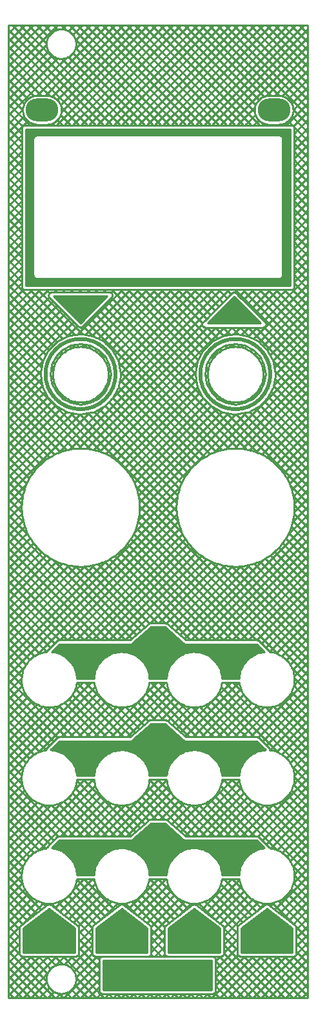
<source format=gbl>
G04 DipTrace 3.1.0.0*
G04 uO_c_panel.GBL*
%MOIN*%
G04 #@! TF.FileFunction,Copper,L2,Bot*
G04 #@! TF.Part,Single*
G04 #@! TA.AperFunction,CopperBalancing*
%ADD13C,0.01*%
G04 #@! TA.AperFunction,Nonconductor*
%ADD14C,0.02*%
G04 #@! TA.AperFunction,ComponentPad*
%ADD15O,0.169291X0.11811*%
%FSLAX26Y26*%
G04*
G70*
G90*
G75*
G01*
G04 Bottom*
%LPD*%
X456719Y5431348D2*
D13*
X415707Y5390336D1*
X499146Y5431348D2*
X415707Y5347909D1*
X541572Y5431348D2*
X415707Y5305483D1*
X583999Y5431348D2*
X415707Y5263056D1*
X626425Y5431348D2*
X415707Y5220630D1*
X668852Y5431348D2*
X415707Y5178203D1*
X711278Y5431348D2*
X691900Y5411970D1*
X610273Y5330344D2*
X415707Y5135777D1*
X753705Y5431348D2*
X724921Y5402566D1*
X619678Y5297323D2*
X415707Y5093350D1*
X796130Y5431348D2*
X747903Y5383119D1*
X639123Y5274341D2*
X415707Y5050925D1*
X838556Y5431348D2*
X762003Y5354794D1*
X667463Y5260255D2*
X415707Y5008499D1*
X880983Y5431348D2*
X760207Y5310572D1*
X711685Y5262050D2*
X415707Y4966072D1*
X923409Y5431348D2*
X560740Y5068678D1*
X487606Y4995545D2*
X415707Y4923646D1*
X965836Y5431348D2*
X603207Y5068719D1*
X494969Y4960480D2*
X415707Y4881219D1*
X1008262Y5431348D2*
X640856Y5063941D1*
X513378Y4936463D2*
X415707Y4838793D1*
X1050689Y5431348D2*
X666751Y5047409D1*
X540819Y4921479D2*
X535688Y4916346D1*
X483713Y4864371D2*
X415707Y4796366D1*
X1093115Y5431348D2*
X683724Y5021957D1*
X483713Y4821945D2*
X415707Y4753940D1*
X1135542Y5431348D2*
X688378Y4984185D1*
X623283Y4919089D2*
X620541Y4916346D1*
X483713Y4779518D2*
X415707Y4711513D1*
X1177969Y5431348D2*
X662967Y4916346D1*
X483713Y4737092D2*
X415707Y4669087D1*
X1220395Y5431348D2*
X705392Y4916346D1*
X483713Y4694665D2*
X415707Y4626660D1*
X1262822Y5431348D2*
X747819Y4916346D1*
X483713Y4652239D2*
X415707Y4584234D1*
X1305248Y5431348D2*
X790245Y4916346D1*
X483713Y4609812D2*
X415707Y4541807D1*
X1347673Y5431348D2*
X832672Y4916346D1*
X483713Y4567386D2*
X415707Y4499382D1*
X1390100Y5431348D2*
X875098Y4916346D1*
X483713Y4524961D2*
X415707Y4456955D1*
X1432526Y5431348D2*
X917525Y4916346D1*
X483713Y4482534D2*
X415707Y4414529D1*
X1474953Y5431348D2*
X959951Y4916346D1*
X483713Y4440108D2*
X415707Y4372102D1*
X1517379Y5431348D2*
X1002378Y4916346D1*
X483713Y4397681D2*
X415707Y4329676D1*
X1559806Y5431348D2*
X1044804Y4916346D1*
X483713Y4355255D2*
X415707Y4287249D1*
X1602232Y5431348D2*
X1087231Y4916346D1*
X483713Y4312828D2*
X415707Y4244823D1*
X1644659Y5431348D2*
X1129657Y4916346D1*
X483713Y4270402D2*
X415707Y4202396D1*
X1687085Y5431348D2*
X1172084Y4916346D1*
X483713Y4227975D2*
X415707Y4159970D1*
X1729512Y5431348D2*
X1214510Y4916346D1*
X483713Y4185549D2*
X415707Y4117543D1*
X1771938Y5431348D2*
X1256936Y4916346D1*
X483713Y4143122D2*
X415707Y4075117D1*
X1814365Y5431348D2*
X1299362Y4916346D1*
X483713Y4100696D2*
X415707Y4032690D1*
X1856791Y5431348D2*
X1341789Y4916346D1*
X492386Y4066942D2*
X415707Y3990264D1*
X1899217Y5431348D2*
X1384215Y4916346D1*
X533278Y4065409D2*
X415707Y3947839D1*
X1941643Y5431348D2*
X1426642Y4916346D1*
X575705Y4065409D2*
X415707Y3905412D1*
X1958907Y5406185D2*
X1469068Y4916346D1*
X618131Y4065409D2*
X415701Y3862979D1*
X1958907Y5363759D2*
X1511495Y4916346D1*
X660558Y4065409D2*
X648991Y4053843D1*
X623739Y4028591D2*
X415701Y3820552D1*
X1958907Y5321332D2*
X1553921Y4916346D1*
X702984Y4065409D2*
X691417Y4053843D1*
X644731Y4007156D2*
X415701Y3778126D1*
X1958907Y5278906D2*
X1747382Y5067381D1*
X1686885Y5006885D2*
X1596348Y4916346D1*
X745411Y4065409D2*
X733844Y4053843D1*
X665945Y3985944D2*
X415701Y3735699D1*
X1958907Y5236479D2*
X1791147Y5068720D1*
X1689979Y4967551D2*
X1638774Y4916346D1*
X787837Y4065409D2*
X776269Y4053843D1*
X687157Y3964730D2*
X415701Y3693273D1*
X1958907Y5194052D2*
X1831213Y5066358D1*
X1706220Y4941366D2*
X1681201Y4916346D1*
X830264Y4065409D2*
X818696Y4053843D1*
X708371Y3943517D2*
X415701Y3650846D1*
X1958907Y5151627D2*
X1859428Y5052147D1*
X1731396Y4924117D2*
X1723627Y4916346D1*
X872690Y4065409D2*
X861122Y4053843D1*
X729584Y3922303D2*
X415701Y3608420D1*
X1958907Y5109201D2*
X1878542Y5028835D1*
X915117Y4065409D2*
X903549Y4053843D1*
X750797Y3901091D2*
X415701Y3565993D1*
X1958907Y5066774D2*
X1887063Y4994929D1*
X957543Y4065409D2*
X944525Y4052392D1*
X772010Y3879877D2*
X718155Y3826021D1*
X592789Y3700656D2*
X415701Y3523567D1*
X1958907Y5024348D2*
X1850907Y4916346D1*
X999970Y4065409D2*
X771035Y3836476D1*
X582335Y3647776D2*
X415701Y3481140D1*
X1958907Y4981921D2*
X1887546Y4910560D1*
X1042396Y4065409D2*
X812302Y3835316D1*
X758945Y3781959D2*
X743290Y3766303D1*
X650642Y3673656D2*
X636850Y3659865D1*
X583495Y3606509D2*
X415701Y3438714D1*
X1958907Y4939495D2*
X1890902Y4871490D1*
X1084823Y4065409D2*
X848913Y3829501D1*
X803126Y3783714D2*
X792801Y3773388D1*
X643543Y3624131D2*
X635083Y3615671D1*
X589308Y3569896D2*
X415701Y3396287D1*
X1958907Y4897068D2*
X1890902Y4829063D1*
X1127249Y4065409D2*
X877736Y3815898D1*
X838577Y3776739D2*
X829248Y3767408D1*
X649537Y3587698D2*
X642071Y3580232D1*
X602912Y3541073D2*
X415701Y3353862D1*
X1958907Y4854642D2*
X1890902Y4786636D1*
X1169675Y4065409D2*
X905841Y3801576D1*
X866682Y3762417D2*
X858927Y3754661D1*
X662270Y3558005D2*
X656392Y3552127D1*
X617234Y3512969D2*
X415701Y3311436D1*
X1958907Y4812215D2*
X1890902Y4744210D1*
X1212101Y4065409D2*
X927993Y3781302D1*
X890672Y3743980D2*
X883579Y3736887D1*
X680045Y3533353D2*
X674816Y3528125D1*
X637508Y3490816D2*
X415701Y3269009D1*
X1958907Y4769789D2*
X1890902Y4701783D1*
X1254528Y4065409D2*
X949207Y3760089D1*
X911885Y3722766D2*
X903714Y3714597D1*
X702336Y3513218D2*
X696030Y3506912D1*
X658722Y3469604D2*
X415701Y3226583D1*
X1958907Y4727362D2*
X1890902Y4659357D1*
X1296954Y4065409D2*
X965559Y3734014D1*
X926386Y3694841D2*
X919182Y3687638D1*
X729308Y3497764D2*
X723969Y3492424D1*
X684797Y3453252D2*
X415701Y3184156D1*
X1958907Y4684936D2*
X1890902Y4616930D1*
X1339381Y4065409D2*
X979866Y3705896D1*
X937034Y3663063D2*
X929001Y3655031D1*
X761915Y3487944D2*
X755747Y3481776D1*
X712900Y3438930D2*
X415701Y3141730D1*
X1958907Y4642510D2*
X1890902Y4574505D1*
X1381807Y4065409D2*
X988622Y3672226D1*
X941192Y3624794D2*
X930189Y3613793D1*
X803154Y3486756D2*
X794003Y3477605D1*
X746571Y3430175D2*
X415701Y3099303D1*
X1958907Y4600084D2*
X1890902Y4532079D1*
X1424234Y4065409D2*
X994423Y3635600D1*
X927243Y3568419D2*
X899916Y3541093D1*
X875853Y3517029D2*
X850391Y3491568D1*
X783211Y3424387D2*
X415701Y3056877D1*
X1958907Y4557657D2*
X1890902Y4489652D1*
X1466660Y4065409D2*
X987724Y3586475D1*
X832336Y3431085D2*
X415701Y3014450D1*
X1958907Y4515231D2*
X1890902Y4447226D1*
X1509087Y4065409D2*
X956609Y3512933D1*
X905878Y3462201D2*
X669596Y3225920D1*
X505382Y3061705D2*
X415701Y2972024D1*
X1958907Y4472804D2*
X1890902Y4404799D1*
X1551513Y4065409D2*
X730459Y3244357D1*
X486944Y3000841D2*
X415701Y2929597D1*
X1958907Y4430378D2*
X1890902Y4362373D1*
X1593940Y4065409D2*
X1582357Y4053828D1*
X1414980Y3886451D2*
X778203Y3249673D1*
X481627Y2953098D2*
X415701Y2887171D1*
X1958907Y4387951D2*
X1890902Y4319946D1*
X1636366Y4065409D2*
X1606471Y4035516D1*
X1442615Y3871660D2*
X819193Y3248238D1*
X483063Y2912108D2*
X415701Y2844744D1*
X1958907Y4345525D2*
X1890902Y4277520D1*
X1678791Y4065409D2*
X1627684Y4014302D1*
X1485042Y3871660D2*
X855639Y3242257D1*
X489058Y2875675D2*
X415701Y2802319D1*
X1958907Y4303098D2*
X1890902Y4235093D1*
X1721218Y4065409D2*
X1648898Y3993089D1*
X1527469Y3871660D2*
X888592Y3232783D1*
X498517Y2842709D2*
X415701Y2759892D1*
X1958907Y4260672D2*
X1890902Y4192667D1*
X1763644Y4065409D2*
X1670110Y3971875D1*
X1569895Y3871660D2*
X1527874Y3829639D1*
X1389168Y3690933D2*
X918685Y3220450D1*
X510865Y2812630D2*
X415701Y2717466D1*
X1958907Y4218245D2*
X1890902Y4150240D1*
X1806071Y4065409D2*
X1691324Y3950663D1*
X1612322Y3871660D2*
X1578283Y3837622D1*
X1499501Y3758840D2*
X1459967Y3719306D1*
X1381185Y3640525D2*
X946265Y3205604D1*
X525711Y2785050D2*
X415701Y2675039D1*
X1958907Y4175819D2*
X1890902Y4107814D1*
X1848497Y4065409D2*
X1712537Y3929449D1*
X1654748Y3871660D2*
X1617560Y3834474D1*
X1566193Y3783106D2*
X1551933Y3768845D1*
X1448084Y3664997D2*
X1435702Y3652614D1*
X1384320Y3601234D2*
X971552Y3188465D1*
X542836Y2759748D2*
X415701Y2632613D1*
X1958907Y4133392D2*
X1733751Y3908236D1*
X1697175Y3871660D2*
X1653606Y3828093D1*
X1608399Y3782885D2*
X1598585Y3773071D1*
X1443858Y3618344D2*
X1435923Y3610408D1*
X1390715Y3565201D2*
X994699Y3169185D1*
X562130Y2736615D2*
X415701Y2590186D1*
X1958907Y4090967D2*
X1681781Y3813840D1*
X1642622Y3774681D2*
X1633871Y3765930D1*
X1451012Y3583072D2*
X1444126Y3576186D1*
X1404967Y3537028D2*
X1015734Y3147793D1*
X583508Y2715568D2*
X415701Y2547760D1*
X1958907Y4048541D2*
X1709636Y3799270D1*
X1670727Y3760360D2*
X1662764Y3752396D1*
X1464533Y3554167D2*
X1458448Y3548081D1*
X1419538Y3509171D2*
X1034681Y3124315D1*
X606987Y2696619D2*
X415701Y2505333D1*
X1958907Y4006114D2*
X1731043Y3778249D1*
X1693722Y3740928D2*
X1686752Y3733959D1*
X1482984Y3530190D2*
X1477879Y3525087D1*
X1440558Y3487764D2*
X1051461Y3098668D1*
X632647Y2679853D2*
X415701Y2462907D1*
X1958907Y3963688D2*
X1752256Y3757037D1*
X1714134Y3718913D2*
X1706239Y3711020D1*
X1505924Y3510703D2*
X1499894Y3504675D1*
X1461770Y3466551D2*
X1065921Y3070701D1*
X660613Y2665394D2*
X415701Y2420480D1*
X1958907Y3921261D2*
X1767614Y3729967D1*
X1728441Y3690795D2*
X1720975Y3683329D1*
X1533614Y3495969D2*
X1527999Y3490353D1*
X1488840Y3451194D2*
X1077825Y3040180D1*
X691135Y2653490D2*
X415701Y2378054D1*
X1958907Y3878835D2*
X1781936Y3701864D1*
X1737874Y3657802D2*
X1729828Y3649756D1*
X1567188Y3487115D2*
X1561007Y3480933D1*
X1516945Y3436873D2*
X1086776Y3006702D1*
X724598Y2644526D2*
X415701Y2335627D1*
X1958907Y3836408D2*
X1789462Y3666963D1*
X1740042Y3617543D2*
X1729178Y3606680D1*
X1610264Y3487764D2*
X1601264Y3478765D1*
X1551844Y3429345D2*
X1092119Y2969621D1*
X761680Y2639181D2*
X415701Y2293201D1*
X1958907Y3793982D2*
X1794517Y3629592D1*
X1720900Y3555975D2*
X1662832Y3497907D1*
X1589217Y3424290D2*
X1092672Y2927747D1*
X803554Y2638629D2*
X415701Y2250776D1*
X1958907Y3751555D2*
X1786576Y3579224D1*
X1639584Y3432232D2*
X1085878Y2878526D1*
X852776Y2645424D2*
X415701Y2208349D1*
X1958907Y3709129D2*
X1479772Y3229993D1*
X1301319Y3051541D2*
X1063697Y2813919D1*
X917395Y2667617D2*
X415701Y2165923D1*
X1958907Y3666702D2*
X1537902Y3245697D1*
X1285615Y2993411D2*
X415701Y2123496D1*
X1958907Y3624276D2*
X1584444Y3249812D1*
X1281487Y2946856D2*
X415701Y2081070D1*
X1958907Y3581849D2*
X1624688Y3247630D1*
X1283682Y2906625D2*
X562605Y2185547D1*
X495769Y2118711D2*
X415701Y2038643D1*
X1958907Y3539424D2*
X1660567Y3241084D1*
X1290215Y2870731D2*
X679581Y2260097D1*
X481295Y2061812D2*
X415701Y1996217D1*
X1958907Y3496997D2*
X1693092Y3231181D1*
X1300131Y2838220D2*
X722008Y2260097D1*
X484970Y2023059D2*
X415701Y1953790D1*
X1958907Y3454571D2*
X1722798Y3218462D1*
X1312850Y2808514D2*
X764434Y2260097D1*
X496239Y1991902D2*
X415701Y1911364D1*
X1958907Y3412144D2*
X1750033Y3203270D1*
X1328042Y2781280D2*
X806861Y2260097D1*
X512839Y1966076D2*
X415701Y1868937D1*
X1958907Y3369718D2*
X1775017Y3185827D1*
X1345486Y2756295D2*
X849286Y2260097D1*
X534010Y1944822D2*
X415701Y1826510D1*
X1958907Y3327291D2*
X1797845Y3166230D1*
X1365068Y2733453D2*
X891713Y2260097D1*
X559782Y1928165D2*
X415701Y1784084D1*
X1958907Y3284865D2*
X1818589Y3144547D1*
X1386752Y2712709D2*
X934139Y2260097D1*
X590828Y1916786D2*
X415701Y1741659D1*
X1958907Y3242438D2*
X1837234Y3120765D1*
X1410547Y2694079D2*
X976566Y2260097D1*
X629429Y1912961D2*
X415701Y1699232D1*
X1958907Y3200012D2*
X1853682Y3094787D1*
X1436525Y2677630D2*
X1018992Y2260097D1*
X799301Y2040406D2*
X754462Y1995567D1*
X685735Y1926840D2*
X415701Y1656806D1*
X1958907Y3157585D2*
X1867797Y3066475D1*
X1464837Y2663516D2*
X1148827Y2347505D1*
X841727Y2040406D2*
X415701Y1614379D1*
X1958907Y3115159D2*
X1879301Y3035552D1*
X1495745Y2651997D2*
X1191336Y2347588D1*
X861366Y2017618D2*
X415701Y1571953D1*
X1958907Y3072732D2*
X1887794Y3001621D1*
X1529692Y2643517D2*
X1232230Y2346055D1*
X873588Y1987413D2*
X567949Y1681776D1*
X493283Y1607109D2*
X415701Y1529526D1*
X1958907Y3030306D2*
X1892546Y2963945D1*
X1567367Y2638766D2*
X1255238Y2326636D1*
X890948Y1962348D2*
X688696Y1760096D1*
X481213Y1552612D2*
X415701Y1487100D1*
X1958907Y2987881D2*
X1892241Y2921214D1*
X1610097Y2639071D2*
X1277874Y2306846D1*
X912852Y1941824D2*
X731122Y1760096D1*
X485535Y1514508D2*
X415701Y1444673D1*
X1958907Y2945454D2*
X1883996Y2870543D1*
X1660769Y2647315D2*
X1300495Y2287042D1*
X939396Y1925942D2*
X773549Y1760096D1*
X497206Y1483752D2*
X415701Y1402247D1*
X1958907Y2903028D2*
X1857535Y2801655D1*
X1729656Y2673777D2*
X1323117Y2267238D1*
X971450Y1915571D2*
X815975Y1760096D1*
X514123Y1458244D2*
X415701Y1359820D1*
X1958907Y2860601D2*
X1358404Y2260097D1*
X1011736Y1913430D2*
X858402Y1760096D1*
X535613Y1437307D2*
X415701Y1317394D1*
X1958907Y2818175D2*
X1400829Y2260097D1*
X1181138Y2040406D2*
X1120902Y1980168D1*
X1076135Y1935403D2*
X900828Y1760096D1*
X561688Y1420955D2*
X415701Y1274967D1*
X1958907Y2775748D2*
X1443256Y2260097D1*
X1223564Y2040406D2*
X943255Y1760096D1*
X593163Y1410003D2*
X415701Y1232541D1*
X1958907Y2733322D2*
X1485682Y2260097D1*
X1237941Y2012356D2*
X985681Y1760096D1*
X632440Y1406854D2*
X415701Y1190115D1*
X1958907Y2690895D2*
X1528109Y2260097D1*
X1251062Y1983050D2*
X1028108Y1760096D1*
X808415Y1540403D2*
X751534Y1483522D1*
X691535Y1423524D2*
X415701Y1147689D1*
X1958907Y2648469D2*
X1570535Y2260097D1*
X1269181Y1958743D2*
X1158038Y1847600D1*
X850841Y1540403D2*
X415701Y1105262D1*
X1958907Y2606042D2*
X1612962Y2260097D1*
X1291803Y1938938D2*
X1200465Y1847600D1*
X862001Y1509136D2*
X415701Y1062836D1*
X1958907Y2563615D2*
X1655388Y2260097D1*
X1319148Y1923857D2*
X1237478Y1842186D1*
X874610Y1479319D2*
X572879Y1177588D1*
X491211Y1095920D2*
X415701Y1020409D1*
X1958907Y2521189D2*
X1697815Y2260097D1*
X1352266Y1914549D2*
X1260100Y1822382D1*
X892287Y1454570D2*
X685312Y1247594D1*
X481172Y1043454D2*
X415701Y977983D1*
X1958907Y2478762D2*
X1723558Y2243413D1*
X1520550Y2040406D2*
X1516978Y2036833D1*
X1394471Y1914328D2*
X1282735Y1802591D1*
X914495Y1434352D2*
X727739Y1247594D1*
X486130Y1005986D2*
X415701Y935556D1*
X1958907Y2436337D2*
X1744772Y2222201D1*
X1562975Y2040406D2*
X1305357Y1782786D1*
X941371Y1418801D2*
X770165Y1247594D1*
X498199Y975630D2*
X415701Y893130D1*
X1958907Y2393911D2*
X1764976Y2199979D1*
X1605402Y2040406D2*
X1327992Y1762996D1*
X973853Y1408857D2*
X812592Y1247594D1*
X515436Y950438D2*
X415701Y850703D1*
X1958907Y2351484D2*
X1799060Y2191638D1*
X1614669Y2007245D2*
X1367518Y1760096D1*
X1147827Y1540403D2*
X1142556Y1535134D1*
X1014912Y1407490D2*
X855018Y1247594D1*
X537228Y929806D2*
X415701Y808277D1*
X1958907Y2309058D2*
X1827483Y2177634D1*
X1628673Y1978823D2*
X1409945Y1760096D1*
X1190253Y1540403D2*
X1114244Y1464395D1*
X1085665Y1435815D2*
X897445Y1247594D1*
X563635Y913785D2*
X415701Y765850D1*
X1958907Y2266631D2*
X1851058Y2158782D1*
X1647525Y1955248D2*
X1452371Y1760096D1*
X1231547Y1539270D2*
X939871Y1247594D1*
X595524Y903248D2*
X486535Y794260D1*
X472181Y779904D2*
X415701Y723424D1*
X1958907Y2224205D2*
X1870131Y2135428D1*
X1670878Y1936176D2*
X1494798Y1760096D1*
X1238646Y1503944D2*
X982298Y1247594D1*
X635533Y900831D2*
X631206Y896504D1*
X471214Y736512D2*
X415701Y680997D1*
X1958907Y2181778D2*
X1884383Y2107255D1*
X1699052Y1921924D2*
X1537224Y1760096D1*
X1252139Y1475009D2*
X1024723Y1247594D1*
X805031Y1027903D2*
X747723Y970594D1*
X698206Y921077D2*
X655564Y878436D1*
X471214Y694085D2*
X415701Y638572D1*
X1958907Y2139352D2*
X1892559Y2073004D1*
X1733303Y1913748D2*
X1579651Y1760096D1*
X1270562Y1451007D2*
X1154655Y1335100D1*
X847458Y1027903D2*
X679499Y859944D1*
X471214Y651659D2*
X415701Y596146D1*
X1958907Y2096925D2*
X1890543Y2028562D1*
X1777745Y1915764D2*
X1622077Y1760096D1*
X1293501Y1431520D2*
X1197081Y1335100D1*
X862677Y1000696D2*
X703432Y841450D1*
X489886Y627904D2*
X415701Y553719D1*
X1958907Y2054499D2*
X1664504Y1760096D1*
X1321178Y1416770D2*
X1235668Y1331260D1*
X875660Y971252D2*
X727366Y822958D1*
X532312Y627904D2*
X415701Y511293D1*
X1958907Y2012072D2*
X1705936Y1759101D1*
X1354766Y1407932D2*
X1258303Y1311470D1*
X893655Y946820D2*
X751301Y804466D1*
X574739Y627904D2*
X415701Y468866D1*
X1958907Y1969646D2*
X1728115Y1738854D1*
X1529664Y1540403D2*
X1516453Y1527192D1*
X1397869Y1408608D2*
X1280925Y1291665D1*
X916152Y926891D2*
X774944Y785682D1*
X617165Y627904D2*
X415701Y426440D1*
X1958907Y1927219D2*
X1749328Y1717642D1*
X1572091Y1540403D2*
X1303562Y1271874D1*
X943373Y911686D2*
X778396Y746709D1*
X659592Y627904D2*
X447396Y415709D1*
X1958907Y1884794D2*
X1767034Y1692920D1*
X1607129Y1533014D2*
X1326184Y1252070D1*
X976312Y902198D2*
X891630Y817517D1*
X846215Y772101D2*
X778396Y704282D1*
X702018Y627904D2*
X656600Y582487D1*
X616930Y542816D2*
X489823Y415709D1*
X1958907Y1842367D2*
X1801146Y1684606D1*
X1615442Y1498903D2*
X1364135Y1247594D1*
X1144444Y1027903D2*
X1142165Y1025626D1*
X1018186Y901646D2*
X1010486Y893945D1*
X846215Y729675D2*
X778396Y661857D1*
X744445Y627904D2*
X704081Y587541D1*
X611890Y495349D2*
X532249Y415709D1*
X1958907Y1799941D2*
X1829223Y1670257D1*
X1629806Y1470839D2*
X1406562Y1247594D1*
X1186869Y1027903D2*
X1034419Y875453D1*
X846215Y687249D2*
X733332Y574366D1*
X625064Y466098D2*
X574675Y415709D1*
X1958907Y1757514D2*
X1852495Y1651101D1*
X1648961Y1447568D2*
X1448988Y1247594D1*
X1229295Y1027903D2*
X1058353Y856959D1*
X846215Y644823D2*
X753537Y552144D1*
X647273Y445879D2*
X617101Y415709D1*
X1958907Y1715088D2*
X1871264Y1627444D1*
X1672618Y1428799D2*
X1491415Y1247594D1*
X1239378Y995558D2*
X1082286Y838467D1*
X871723Y627904D2*
X764075Y520256D1*
X679161Y435343D2*
X659528Y415709D1*
X1958907Y1672661D2*
X1885156Y1598911D1*
X1701151Y1414906D2*
X1533841Y1247594D1*
X1253244Y966997D2*
X1106220Y819975D1*
X883711Y597466D2*
X701954Y415709D1*
X1958907Y1630235D2*
X1892836Y1564163D1*
X1735899Y1407227D2*
X1576266Y1247594D1*
X1271971Y943299D2*
X1130155Y801483D1*
X883724Y555052D2*
X744381Y415709D1*
X1958907Y1587808D2*
X1889741Y1518643D1*
X1781419Y1410320D2*
X1618693Y1247594D1*
X1295214Y924115D2*
X1152430Y781332D1*
X883724Y512626D2*
X786807Y415709D1*
X1958907Y1545382D2*
X1661119Y1247594D1*
X1323249Y909724D2*
X1153398Y739873D1*
X883739Y470214D2*
X829234Y415709D1*
X1958907Y1502955D2*
X1703298Y1247346D1*
X1357307Y901356D2*
X1296711Y840760D1*
X1221217Y765265D2*
X1153398Y697446D1*
X891929Y435978D2*
X871660Y415709D1*
X1958907Y1460529D2*
X1726430Y1228052D1*
X1526281Y1027903D2*
X1515818Y1017440D1*
X1401364Y902986D2*
X1389340Y890962D1*
X1221217Y722839D2*
X1153398Y655020D1*
X932573Y434196D2*
X914087Y415709D1*
X1958907Y1418102D2*
X1747644Y1206840D1*
X1568707Y1027903D2*
X1413273Y872470D1*
X1221217Y680412D2*
X1169654Y628849D1*
X975000Y434196D2*
X956513Y415709D1*
X1958907Y1375677D2*
X1769589Y1186358D1*
X1607446Y1024215D2*
X1437207Y853976D1*
X1221921Y638690D2*
X1212080Y628849D1*
X1017427Y434196D2*
X998940Y415709D1*
X1958907Y1333251D2*
X1803218Y1177560D1*
X1616243Y990587D2*
X1461142Y835484D1*
X1059853Y434196D2*
X1041366Y415709D1*
X1958907Y1290824D2*
X1830936Y1162853D1*
X1630951Y962869D2*
X1485075Y816992D1*
X1102280Y434196D2*
X1083793Y415709D1*
X1958907Y1248398D2*
X1853903Y1143394D1*
X1650411Y939902D2*
X1509009Y798499D1*
X1144706Y434196D2*
X1126218Y415709D1*
X1958907Y1205971D2*
X1872354Y1119419D1*
X1674386Y921450D2*
X1528399Y775463D1*
X1187131Y434196D2*
X1168644Y415709D1*
X1958907Y1163545D2*
X1885888Y1090526D1*
X1703278Y907916D2*
X1528399Y733037D1*
X1229558Y434196D2*
X1211071Y415709D1*
X1958907Y1121118D2*
X1893056Y1055268D1*
X1738551Y900761D2*
X1701793Y864004D1*
X1596218Y758429D2*
X1528399Y690610D1*
X1271984Y434196D2*
X1253497Y415709D1*
X1958907Y1078692D2*
X1888803Y1008588D1*
X1785217Y905001D2*
X1768194Y887979D1*
X1596218Y716003D2*
X1528399Y648184D1*
X1508119Y627904D2*
X1484647Y604432D1*
X1314411Y434196D2*
X1295924Y415709D1*
X1958907Y1036265D2*
X1792127Y869486D1*
X1596218Y673576D2*
X1484647Y562005D1*
X1356837Y434196D2*
X1338350Y415709D1*
X1958907Y993839D2*
X1816062Y850993D1*
X1599215Y634147D2*
X1484633Y519564D1*
X1399264Y434196D2*
X1380777Y415709D1*
X1958907Y951412D2*
X1839996Y832501D1*
X1635399Y627904D2*
X1484633Y477139D1*
X1441690Y434196D2*
X1423203Y415709D1*
X1958907Y908986D2*
X1863929Y814009D1*
X1677825Y627904D2*
X1465630Y415709D1*
X1958907Y866559D2*
X1887864Y795516D1*
X1720252Y627904D2*
X1508056Y415709D1*
X1958907Y824134D2*
X1903400Y768627D1*
X1762678Y627904D2*
X1550483Y415709D1*
X1958907Y781707D2*
X1903400Y726201D1*
X1805105Y627904D2*
X1592909Y415709D1*
X1958907Y739281D2*
X1903400Y683774D1*
X1847531Y627904D2*
X1635335Y415709D1*
X1958907Y696854D2*
X1902917Y640864D1*
X1890454Y628402D2*
X1677761Y415709D1*
X1958907Y654428D2*
X1720188Y415709D1*
X1958907Y612001D2*
X1762614Y415709D1*
X1958907Y569575D2*
X1805041Y415709D1*
X1958907Y527148D2*
X1847467Y415709D1*
X1958907Y484722D2*
X1889894Y415709D1*
X1958907Y442295D2*
X1932320Y415709D1*
X1917895Y5431348D2*
X1958907Y5390336D1*
X1875469Y5431348D2*
X1958907Y5347909D1*
X1833042Y5431348D2*
X1958907Y5305483D1*
X1790615Y5431348D2*
X1958907Y5263056D1*
X1748189Y5431348D2*
X1958907Y5220630D1*
X1705762Y5431348D2*
X1958907Y5178203D1*
X1663336Y5431348D2*
X1958907Y5135777D1*
X1620909Y5431348D2*
X1958907Y5093350D1*
X1578484Y5431348D2*
X1958907Y5050925D1*
X1536058Y5431348D2*
X1958907Y5008499D1*
X1493631Y5431348D2*
X1958907Y4966072D1*
X1451205Y5431348D2*
X1813874Y5068678D1*
X1887008Y4995545D2*
X1958907Y4923646D1*
X1408778Y5431348D2*
X1771407Y5068719D1*
X1879646Y4960480D2*
X1958907Y4881219D1*
X1366352Y5431348D2*
X1733759Y5063941D1*
X1861236Y4936463D2*
X1958907Y4838793D1*
X1323925Y5431348D2*
X1707864Y5047409D1*
X1833795Y4921479D2*
X1838927Y4916346D1*
X1890902Y4864371D2*
X1958907Y4796366D1*
X1281499Y5431348D2*
X1690890Y5021957D1*
X1890902Y4821945D2*
X1958907Y4753940D1*
X1239072Y5431348D2*
X1686236Y4984185D1*
X1751331Y4919089D2*
X1754073Y4916346D1*
X1890902Y4779518D2*
X1958907Y4711513D1*
X1196646Y5431348D2*
X1711647Y4916346D1*
X1890902Y4737092D2*
X1958907Y4669087D1*
X1154219Y5431348D2*
X1669222Y4916346D1*
X1890902Y4694665D2*
X1958907Y4626660D1*
X1111793Y5431348D2*
X1626795Y4916346D1*
X1890902Y4652239D2*
X1958907Y4584234D1*
X1069366Y5431348D2*
X1584369Y4916346D1*
X1890902Y4609812D2*
X1958907Y4541807D1*
X1026941Y5431348D2*
X1541942Y4916346D1*
X1890902Y4567386D2*
X1958907Y4499382D1*
X984514Y5431348D2*
X1499516Y4916346D1*
X1890902Y4524961D2*
X1958907Y4456955D1*
X942088Y5431348D2*
X1457089Y4916346D1*
X1890902Y4482534D2*
X1958907Y4414529D1*
X899661Y5431348D2*
X1414663Y4916346D1*
X1890902Y4440108D2*
X1958907Y4372102D1*
X857235Y5431348D2*
X1372236Y4916346D1*
X1890902Y4397681D2*
X1958907Y4329676D1*
X814808Y5431348D2*
X1329810Y4916346D1*
X1890902Y4355255D2*
X1958907Y4287249D1*
X772382Y5431348D2*
X1287383Y4916346D1*
X1890902Y4312828D2*
X1958907Y4244823D1*
X729955Y5431348D2*
X1244957Y4916346D1*
X1890902Y4270402D2*
X1958907Y4202396D1*
X687529Y5431348D2*
X710705Y5408172D1*
X760539Y5358337D2*
X1202530Y4916346D1*
X1890902Y4227975D2*
X1958907Y4159970D1*
X645102Y5431348D2*
X666953Y5409499D1*
X761865Y5314585D2*
X1160104Y4916346D1*
X1890902Y4185549D2*
X1958907Y4117543D1*
X602676Y5431348D2*
X638765Y5395260D1*
X747613Y5286412D2*
X1117678Y4916346D1*
X1890902Y4143122D2*
X1958907Y4075117D1*
X560249Y5431348D2*
X619458Y5372140D1*
X724507Y5267091D2*
X1075252Y4916346D1*
X1890902Y4100696D2*
X1958907Y4032690D1*
X517823Y5431348D2*
X610245Y5338925D1*
X691293Y5257879D2*
X1032825Y4916346D1*
X1882228Y4066942D2*
X1958907Y3990264D1*
X475398Y5431348D2*
X990399Y4916346D1*
X1841336Y4065409D2*
X1958907Y3947839D1*
X432971Y5431348D2*
X947972Y4916346D1*
X1798909Y4065409D2*
X1958907Y3905412D1*
X415707Y5406185D2*
X905546Y4916346D1*
X1756483Y4065409D2*
X1958913Y3862979D1*
X415707Y5363759D2*
X863119Y4916346D1*
X1714056Y4065409D2*
X1958913Y3820552D1*
X415707Y5321332D2*
X820693Y4916346D1*
X1671630Y4065409D2*
X1958913Y3778126D1*
X415707Y5278906D2*
X627232Y5067381D1*
X687730Y5006885D2*
X778266Y4916346D1*
X1629203Y4065409D2*
X1958913Y3735699D1*
X415707Y5236479D2*
X583467Y5068720D1*
X684635Y4967551D2*
X735840Y4916346D1*
X1586777Y4065409D2*
X1958913Y3693273D1*
X415707Y5194052D2*
X543402Y5066358D1*
X668394Y4941366D2*
X693413Y4916346D1*
X1544350Y4065409D2*
X1564950Y4044810D1*
X1737134Y3872626D2*
X1958913Y3650846D1*
X415707Y5151627D2*
X515186Y5052147D1*
X643218Y4924117D2*
X650987Y4916346D1*
X1501924Y4065409D2*
X1543738Y4023597D1*
X1695675Y3871660D2*
X1958913Y3608420D1*
X415707Y5109201D2*
X496072Y5028835D1*
X1459497Y4065409D2*
X1522524Y4002383D1*
X1653248Y3871660D2*
X1958913Y3565993D1*
X415707Y5066774D2*
X487551Y4994929D1*
X1417071Y4065409D2*
X1501311Y3981171D1*
X1610822Y3871660D2*
X1656459Y3826021D1*
X1781825Y3700656D2*
X1958913Y3523567D1*
X415707Y5024348D2*
X523707Y4916346D1*
X1374644Y4065409D2*
X1480097Y3959957D1*
X1568395Y3871660D2*
X1603579Y3836476D1*
X1792280Y3647776D2*
X1958913Y3481140D1*
X415707Y4981921D2*
X487068Y4910560D1*
X1332218Y4065409D2*
X1458885Y3938744D1*
X1525969Y3871660D2*
X1562312Y3835316D1*
X1615669Y3781959D2*
X1631324Y3766303D1*
X1723972Y3673656D2*
X1737764Y3659865D1*
X1791119Y3606509D2*
X1958913Y3438714D1*
X415707Y4939495D2*
X483713Y4871490D1*
X1289791Y4065409D2*
X1437671Y3917530D1*
X1483542Y3871660D2*
X1525701Y3829501D1*
X1571475Y3783727D2*
X1581814Y3773388D1*
X1731071Y3624131D2*
X1739531Y3615671D1*
X1785306Y3569896D2*
X1958913Y3396287D1*
X415707Y4897068D2*
X483713Y4829063D1*
X1247365Y4065409D2*
X1416886Y3895890D1*
X1441115Y3871660D2*
X1496878Y3815898D1*
X1536037Y3776739D2*
X1545366Y3767408D1*
X1725077Y3587698D2*
X1732543Y3580232D1*
X1771702Y3541073D2*
X1958913Y3353862D1*
X415707Y4854642D2*
X483713Y4786636D1*
X1204940Y4065409D2*
X1468773Y3801576D1*
X1507932Y3762417D2*
X1515688Y3754661D1*
X1712344Y3558005D2*
X1718222Y3552127D1*
X1757381Y3512969D2*
X1958913Y3311436D1*
X415707Y4812215D2*
X483713Y4744210D1*
X1162513Y4065409D2*
X1446621Y3781302D1*
X1483942Y3743980D2*
X1491035Y3736887D1*
X1694570Y3533353D2*
X1699798Y3528125D1*
X1737106Y3490816D2*
X1958913Y3269009D1*
X415707Y4769789D2*
X483713Y4701783D1*
X1120087Y4065409D2*
X1425407Y3760089D1*
X1462730Y3722766D2*
X1470900Y3714597D1*
X1672278Y3513218D2*
X1678584Y3506912D1*
X1715892Y3469604D2*
X1958913Y3226583D1*
X415707Y4727362D2*
X483713Y4659357D1*
X1077660Y4065409D2*
X1409055Y3734014D1*
X1448228Y3694841D2*
X1455432Y3687638D1*
X1645306Y3497764D2*
X1650646Y3492424D1*
X1689818Y3453252D2*
X1958913Y3184156D1*
X415707Y4684936D2*
X483713Y4616930D1*
X1035234Y4065409D2*
X1394734Y3705909D1*
X1437580Y3663063D2*
X1445613Y3655031D1*
X1612699Y3487944D2*
X1618867Y3481776D1*
X1661714Y3438930D2*
X1958913Y3141730D1*
X415707Y4642510D2*
X483713Y4574505D1*
X992807Y4065409D2*
X1385992Y3672226D1*
X1433409Y3624808D2*
X1444425Y3613793D1*
X1571461Y3486756D2*
X1580612Y3477605D1*
X1628043Y3430175D2*
X1958913Y3099303D1*
X415707Y4600084D2*
X483713Y4532079D1*
X950381Y4065409D2*
X1380192Y3635600D1*
X1447371Y3568419D2*
X1474698Y3541093D1*
X1498761Y3517029D2*
X1524223Y3491568D1*
X1591403Y3424387D2*
X1958913Y3056877D1*
X415707Y4557657D2*
X483713Y4489652D1*
X907954Y4065409D2*
X919522Y4053843D1*
X948047Y4025318D2*
X1386890Y3586475D1*
X1542278Y3431085D2*
X1958913Y3014450D1*
X415707Y4515231D2*
X483713Y4447226D1*
X865528Y4065409D2*
X877096Y4053843D1*
X926833Y4004104D2*
X1418005Y3512933D1*
X1468736Y3462201D2*
X1705018Y3225920D1*
X1869232Y3061705D2*
X1958913Y2972024D1*
X415707Y4472804D2*
X483713Y4404799D1*
X823101Y4065409D2*
X834669Y4053843D1*
X905621Y3982891D2*
X1644155Y3244357D1*
X1887671Y3000841D2*
X1958913Y2929597D1*
X415707Y4430378D2*
X483713Y4362373D1*
X780675Y4065409D2*
X792243Y4053843D1*
X884407Y3961678D2*
X1596411Y3249673D1*
X1892987Y2953098D2*
X1958913Y2887171D1*
X415707Y4387951D2*
X483713Y4319946D1*
X738248Y4065409D2*
X749816Y4053843D1*
X863194Y3940465D2*
X1555421Y3248238D1*
X1891551Y2912108D2*
X1958913Y2844744D1*
X415707Y4345525D2*
X483713Y4277520D1*
X695823Y4065409D2*
X707390Y4053843D1*
X841980Y3919252D2*
X1518975Y3242257D1*
X1885556Y2875675D2*
X1958913Y2802319D1*
X415707Y4303098D2*
X483713Y4235093D1*
X653396Y4065409D2*
X664963Y4053843D1*
X820768Y3898038D2*
X1486022Y3232783D1*
X1876097Y2842709D2*
X1958913Y2759892D1*
X415707Y4260672D2*
X483713Y4192667D1*
X610970Y4065409D2*
X626404Y4049975D1*
X799554Y3876825D2*
X846740Y3829639D1*
X985446Y3690933D2*
X1455929Y3220450D1*
X1863749Y2812630D2*
X1958913Y2717466D1*
X415707Y4218245D2*
X483713Y4150240D1*
X568543Y4065409D2*
X796331Y3837622D1*
X875113Y3758840D2*
X914647Y3719306D1*
X993429Y3640525D2*
X1428349Y3205604D1*
X1848903Y2785050D2*
X1958913Y2675039D1*
X415707Y4175819D2*
X483713Y4107814D1*
X526117Y4065409D2*
X757054Y3834474D1*
X808421Y3783106D2*
X822681Y3768845D1*
X926530Y3664997D2*
X938912Y3652614D1*
X990280Y3601247D2*
X1403062Y3188465D1*
X1831778Y2759748D2*
X1958913Y2632613D1*
X415707Y4133392D2*
X721008Y3828093D1*
X766215Y3782885D2*
X776029Y3773071D1*
X930756Y3618344D2*
X938692Y3610408D1*
X983899Y3565201D2*
X1379915Y3169185D1*
X1812484Y2736615D2*
X1958913Y2590186D1*
X415707Y4090967D2*
X692833Y3813840D1*
X731992Y3774681D2*
X740743Y3765930D1*
X923602Y3583072D2*
X930488Y3576186D1*
X969647Y3537028D2*
X1358881Y3147793D1*
X1791106Y2715568D2*
X1958913Y2547760D1*
X415707Y4048541D2*
X664978Y3799270D1*
X703887Y3760360D2*
X711850Y3752396D1*
X910081Y3554167D2*
X916167Y3548081D1*
X955076Y3509171D2*
X1339933Y3124315D1*
X1767627Y2696619D2*
X1958913Y2505333D1*
X415707Y4006114D2*
X643571Y3778249D1*
X680892Y3740928D2*
X687862Y3733959D1*
X891630Y3530190D2*
X896735Y3525087D1*
X934056Y3487764D2*
X1323154Y3098668D1*
X1741967Y2679853D2*
X1958913Y2462907D1*
X415707Y3963688D2*
X622358Y3757037D1*
X660480Y3718913D2*
X668375Y3711020D1*
X868690Y3510703D2*
X874720Y3504675D1*
X912844Y3466551D2*
X1308693Y3070701D1*
X1714001Y2665394D2*
X1958913Y2420480D1*
X415707Y3921261D2*
X607000Y3729967D1*
X646159Y3690808D2*
X653639Y3683329D1*
X841000Y3495969D2*
X846615Y3490353D1*
X885774Y3451194D2*
X1296789Y3040180D1*
X1683479Y2653490D2*
X1958913Y2378054D1*
X415707Y3878835D2*
X592678Y3701864D1*
X636740Y3657802D2*
X644786Y3649756D1*
X807427Y3487115D2*
X813608Y3480933D1*
X857669Y3436873D2*
X1287839Y3006702D1*
X1650016Y2644526D2*
X1958913Y2335627D1*
X415707Y3836408D2*
X585152Y3666963D1*
X634558Y3617558D2*
X645436Y3606680D1*
X764350Y3487764D2*
X773350Y3478765D1*
X822770Y3429345D2*
X1282495Y2969621D1*
X1612934Y2639181D2*
X1958913Y2293201D1*
X415707Y3793982D2*
X580097Y3629592D1*
X653714Y3555975D2*
X711782Y3497907D1*
X785398Y3424290D2*
X1281942Y2927747D1*
X1571060Y2638629D2*
X1958913Y2250776D1*
X415707Y3751555D2*
X588038Y3579224D1*
X735030Y3432232D2*
X1288736Y2878526D1*
X1521839Y2645424D2*
X1958913Y2208349D1*
X415707Y3709129D2*
X894843Y3229993D1*
X1073295Y3051541D2*
X1310917Y2813919D1*
X1457219Y2667617D2*
X1958913Y2165923D1*
X415707Y3666702D2*
X836713Y3245697D1*
X1088999Y2993411D2*
X1958913Y2123496D1*
X415707Y3624276D2*
X790171Y3249812D1*
X1093127Y2946856D2*
X1958913Y2081070D1*
X415707Y3581849D2*
X749927Y3247630D1*
X1090932Y2906625D2*
X1812009Y2185547D1*
X1878845Y2118711D2*
X1958913Y2038643D1*
X415707Y3539424D2*
X714047Y3241084D1*
X1084399Y2870731D2*
X1695033Y2260097D1*
X1893319Y2061812D2*
X1958913Y1996217D1*
X415707Y3496997D2*
X681522Y3231181D1*
X1074483Y2838220D2*
X1652606Y2260097D1*
X1889644Y2023059D2*
X1958913Y1953790D1*
X415707Y3454571D2*
X651816Y3218462D1*
X1061764Y2808514D2*
X1610180Y2260097D1*
X1878375Y1991902D2*
X1958913Y1911364D1*
X415707Y3412144D2*
X624581Y3203270D1*
X1046572Y2781280D2*
X1567753Y2260097D1*
X1861776Y1966076D2*
X1958913Y1868937D1*
X415707Y3369718D2*
X599597Y3185827D1*
X1029129Y2756295D2*
X1525328Y2260097D1*
X1840604Y1944822D2*
X1958913Y1826510D1*
X415707Y3327291D2*
X576769Y3166230D1*
X1009546Y2733453D2*
X1482902Y2260097D1*
X1814832Y1928165D2*
X1958913Y1784084D1*
X415707Y3284865D2*
X556025Y3144547D1*
X987862Y2712709D2*
X1440475Y2260097D1*
X1783786Y1916786D2*
X1958913Y1741659D1*
X415707Y3242438D2*
X537381Y3120765D1*
X964067Y2694079D2*
X1398049Y2260097D1*
X1745185Y1912961D2*
X1958913Y1699232D1*
X415707Y3200012D2*
X520932Y3094787D1*
X938089Y2677630D2*
X1355622Y2260097D1*
X1575314Y2040406D2*
X1620152Y1995567D1*
X1688879Y1926840D2*
X1958913Y1656806D1*
X415707Y3157585D2*
X506818Y3066475D1*
X909777Y2663516D2*
X1225787Y2347505D1*
X1532887Y2040406D2*
X1958913Y1614379D1*
X415707Y3115159D2*
X495314Y3035552D1*
X878869Y2651997D2*
X1183278Y2347588D1*
X1513248Y2017618D2*
X1958913Y1571953D1*
X415707Y3072732D2*
X486820Y3001621D1*
X844923Y2643517D2*
X1142385Y2346055D1*
X1501026Y1987413D2*
X1806651Y1681789D1*
X1881345Y1607096D2*
X1958913Y1529526D1*
X415707Y3030306D2*
X482068Y2963945D1*
X807247Y2638766D2*
X1119377Y2326636D1*
X1483667Y1962348D2*
X1685919Y1760096D1*
X1893402Y1552612D2*
X1958913Y1487100D1*
X415707Y2987881D2*
X482373Y2921214D1*
X764517Y2639071D2*
X1096740Y2306846D1*
X1461762Y1941824D2*
X1643492Y1760096D1*
X1889079Y1514508D2*
X1958913Y1444673D1*
X415707Y2945454D2*
X490618Y2870543D1*
X713845Y2647315D2*
X1074119Y2287042D1*
X1435218Y1925942D2*
X1601066Y1760096D1*
X1877395Y1483766D2*
X1958913Y1402247D1*
X415707Y2903028D2*
X517079Y2801655D1*
X644958Y2673777D2*
X1051497Y2267238D1*
X1403164Y1915571D2*
X1558639Y1760096D1*
X1860491Y1458244D2*
X1958913Y1359820D1*
X415707Y2860601D2*
X1016210Y2260097D1*
X1362878Y1913430D2*
X1516213Y1760096D1*
X1839001Y1437307D2*
X1958913Y1317394D1*
X415707Y2818175D2*
X973785Y2260097D1*
X1193476Y2040406D2*
X1253713Y1980168D1*
X1298479Y1935403D2*
X1473786Y1760096D1*
X1812927Y1420955D2*
X1958913Y1274967D1*
X415707Y2775748D2*
X931358Y2260097D1*
X1151050Y2040406D2*
X1431360Y1760096D1*
X1781451Y1410003D2*
X1958913Y1232541D1*
X415707Y2733322D2*
X888932Y2260097D1*
X1136673Y2012356D2*
X1388933Y1760096D1*
X1742160Y1406867D2*
X1958913Y1190115D1*
X415707Y2690895D2*
X846505Y2260097D1*
X1123552Y1983050D2*
X1346507Y1760096D1*
X1566199Y1540403D2*
X1623080Y1483522D1*
X1683079Y1423524D2*
X1958913Y1147689D1*
X415707Y2648469D2*
X804079Y2260097D1*
X1105433Y1958743D2*
X1216576Y1847600D1*
X1523773Y1540403D2*
X1958913Y1105262D1*
X415707Y2606042D2*
X761652Y2260097D1*
X1082811Y1938938D2*
X1174150Y1847600D1*
X1512613Y1509136D2*
X1958913Y1062836D1*
X415707Y2563615D2*
X719226Y2260097D1*
X1055466Y1923857D2*
X1137136Y1842186D1*
X1500004Y1479319D2*
X1801735Y1177588D1*
X1883403Y1095920D2*
X1958913Y1020409D1*
X415707Y2521189D2*
X676799Y2260097D1*
X1022348Y1914549D2*
X1114514Y1822382D1*
X1482327Y1454570D2*
X1689302Y1247594D1*
X1893442Y1043454D2*
X1958913Y977983D1*
X415707Y2478762D2*
X651056Y2243413D1*
X854064Y2040406D2*
X857636Y2036833D1*
X980143Y1914328D2*
X1091879Y1802591D1*
X1460119Y1434352D2*
X1646875Y1247594D1*
X1888484Y1005986D2*
X1958913Y935556D1*
X415707Y2436337D2*
X629843Y2222201D1*
X811639Y2040406D2*
X1069257Y1782786D1*
X1433243Y1418801D2*
X1604449Y1247594D1*
X1876415Y975630D2*
X1958913Y893130D1*
X415707Y2393911D2*
X609638Y2199979D1*
X769213Y2040406D2*
X1046622Y1762996D1*
X1400761Y1408857D2*
X1562022Y1247594D1*
X1859178Y950438D2*
X1958913Y850703D1*
X415707Y2351484D2*
X575554Y2191638D1*
X759945Y2007245D2*
X1007096Y1760096D1*
X1226787Y1540403D2*
X1232058Y1535134D1*
X1359702Y1407490D2*
X1519596Y1247594D1*
X1837386Y929806D2*
X1958913Y808277D1*
X415707Y2309058D2*
X547131Y2177634D1*
X745941Y1978823D2*
X964669Y1760096D1*
X1184361Y1540403D2*
X1260370Y1464395D1*
X1288949Y1435815D2*
X1477169Y1247594D1*
X1810979Y913785D2*
X1958913Y765850D1*
X415707Y2266631D2*
X523556Y2158782D1*
X727089Y1955248D2*
X922243Y1760096D1*
X1143067Y1539270D2*
X1434743Y1247594D1*
X1779091Y903248D2*
X1888079Y794260D1*
X1902433Y779904D2*
X1958913Y723424D1*
X415707Y2224205D2*
X504483Y2135428D1*
X703736Y1936176D2*
X879816Y1760096D1*
X1135969Y1503944D2*
X1392316Y1247594D1*
X1739081Y900831D2*
X1743408Y896504D1*
X1903400Y736512D2*
X1958913Y680997D1*
X415707Y2181778D2*
X490231Y2107255D1*
X675562Y1921924D2*
X837390Y1760096D1*
X1122475Y1475009D2*
X1349891Y1247594D1*
X1569583Y1027903D2*
X1626891Y970594D1*
X1676408Y921077D2*
X1719050Y878436D1*
X1903400Y694085D2*
X1958913Y638572D1*
X415707Y2139352D2*
X482055Y2073004D1*
X641311Y1913748D2*
X794963Y1760096D1*
X1104052Y1451007D2*
X1219959Y1335100D1*
X1527156Y1027903D2*
X1695115Y859944D1*
X1903400Y651659D2*
X1958913Y596146D1*
X415707Y2096925D2*
X484071Y2028562D1*
X596869Y1915764D2*
X752537Y1760096D1*
X1081113Y1431520D2*
X1177533Y1335100D1*
X1511937Y1000696D2*
X1671182Y841450D1*
X1884728Y627904D2*
X1958913Y553719D1*
X415707Y2054499D2*
X710110Y1760096D1*
X1053436Y1416770D2*
X1138946Y1331260D1*
X1498954Y971252D2*
X1647248Y822958D1*
X1842302Y627904D2*
X1958913Y511293D1*
X415707Y2012072D2*
X668678Y1759101D1*
X1019848Y1407932D2*
X1116311Y1311470D1*
X1480959Y946820D2*
X1623314Y804466D1*
X1799875Y627904D2*
X1958913Y468866D1*
X415707Y1969646D2*
X646499Y1738854D1*
X844950Y1540403D2*
X858161Y1527192D1*
X976745Y1408608D2*
X1093689Y1291665D1*
X1458462Y926891D2*
X1599671Y785682D1*
X1757449Y627904D2*
X1958913Y426440D1*
X415707Y1927219D2*
X625286Y1717642D1*
X802524Y1540403D2*
X1071052Y1271874D1*
X1431241Y911686D2*
X1596218Y746709D1*
X1715022Y627904D2*
X1927218Y415709D1*
X415707Y1884794D2*
X607580Y1692920D1*
X767486Y1533014D2*
X1048430Y1252070D1*
X1398302Y902198D2*
X1482997Y817503D1*
X1528399Y772101D2*
X1596218Y704282D1*
X1672596Y627904D2*
X1884791Y415709D1*
X415707Y1842367D2*
X573469Y1684606D1*
X759172Y1498903D2*
X1010479Y1247594D1*
X1230171Y1027903D2*
X1232449Y1025626D1*
X1356428Y901646D2*
X1364129Y893945D1*
X1528399Y729675D2*
X1596218Y661857D1*
X1630169Y627904D2*
X1842365Y415709D1*
X415707Y1799941D2*
X545391Y1670257D1*
X744808Y1470839D2*
X968052Y1247594D1*
X1187745Y1027903D2*
X1340196Y875453D1*
X1528399Y687249D2*
X1799940Y415709D1*
X415707Y1757514D2*
X522119Y1651101D1*
X725654Y1447568D2*
X925626Y1247594D1*
X1145319Y1027903D2*
X1316261Y856959D1*
X1528399Y644823D2*
X1757513Y415709D1*
X415707Y1715088D2*
X503350Y1627444D1*
X701996Y1428799D2*
X883199Y1247594D1*
X1135236Y995558D2*
X1292328Y838467D1*
X1502891Y627904D2*
X1715087Y415709D1*
X415707Y1672661D2*
X489458Y1598911D1*
X673463Y1414906D2*
X840773Y1247594D1*
X1121370Y966997D2*
X1268394Y819975D1*
X1484647Y603722D2*
X1672660Y415709D1*
X415707Y1630235D2*
X481778Y1564163D1*
X638715Y1407227D2*
X798348Y1247594D1*
X1102643Y943299D2*
X1244459Y801483D1*
X1484647Y561295D2*
X1630234Y415709D1*
X415707Y1587808D2*
X484873Y1518643D1*
X593196Y1410320D2*
X755921Y1247594D1*
X1079400Y924115D2*
X1222184Y781332D1*
X1484633Y518883D2*
X1587807Y415709D1*
X415707Y1545382D2*
X713495Y1247594D1*
X1051365Y909724D2*
X1221217Y739873D1*
X1484633Y476457D2*
X1545381Y415709D1*
X415707Y1502955D2*
X671316Y1247346D1*
X1017307Y901356D2*
X1077903Y840760D1*
X1153398Y765265D2*
X1221217Y697446D1*
X1480034Y438629D2*
X1502954Y415709D1*
X415707Y1460529D2*
X648184Y1228052D1*
X848333Y1027903D2*
X858797Y1017440D1*
X973251Y902986D2*
X985274Y890962D1*
X1153398Y722839D2*
X1221217Y655020D1*
X1442041Y434196D2*
X1460528Y415709D1*
X415707Y1418102D2*
X626970Y1206840D1*
X805907Y1027903D2*
X961341Y872470D1*
X1153398Y680412D2*
X1204961Y628849D1*
X1399614Y434196D2*
X1418101Y415709D1*
X415707Y1375677D2*
X605025Y1186358D1*
X767168Y1024215D2*
X937407Y853976D1*
X1152693Y638690D2*
X1162534Y628849D1*
X1357188Y434196D2*
X1375675Y415709D1*
X415707Y1333251D2*
X571396Y1177560D1*
X758371Y990587D2*
X913472Y835484D1*
X1314761Y434196D2*
X1333248Y415709D1*
X415707Y1290824D2*
X543678Y1162853D1*
X743663Y962869D2*
X889539Y816992D1*
X1272335Y434196D2*
X1290822Y415709D1*
X415707Y1248398D2*
X520711Y1143394D1*
X724203Y939902D2*
X865605Y798499D1*
X1229908Y434196D2*
X1248396Y415709D1*
X415707Y1205971D2*
X502260Y1119419D1*
X700228Y921450D2*
X846215Y775463D1*
X1187483Y434196D2*
X1205970Y415709D1*
X415707Y1163545D2*
X488726Y1090526D1*
X671336Y907916D2*
X846215Y733037D1*
X1145056Y434196D2*
X1163543Y415709D1*
X415707Y1121118D2*
X481558Y1055268D1*
X636063Y900761D2*
X672822Y864004D1*
X778396Y758429D2*
X846215Y690610D1*
X1102630Y434196D2*
X1121117Y415709D1*
X415707Y1078692D2*
X485811Y1008588D1*
X589398Y905001D2*
X606407Y887992D1*
X778396Y716003D2*
X846215Y648184D1*
X866495Y627904D2*
X883711Y610688D1*
X1060203Y434196D2*
X1078690Y415709D1*
X415707Y1036265D2*
X582487Y869486D1*
X778396Y673576D2*
X883724Y568248D1*
X1017777Y434196D2*
X1036264Y415709D1*
X415707Y993839D2*
X558552Y850993D1*
X775399Y634147D2*
X883724Y525822D1*
X975350Y434196D2*
X993837Y415709D1*
X415707Y951412D2*
X534618Y832501D1*
X739215Y627904D2*
X883739Y483381D1*
X932924Y434196D2*
X951411Y415709D1*
X415707Y908986D2*
X510685Y814009D1*
X696789Y627904D2*
X908984Y415709D1*
X415707Y866559D2*
X486751Y795516D1*
X654362Y627904D2*
X693318Y588950D1*
X764143Y518123D2*
X866558Y415709D1*
X415707Y824134D2*
X471214Y768627D1*
X611936Y627904D2*
X656692Y583150D1*
X758343Y481497D2*
X824131Y415709D1*
X415707Y781707D2*
X471214Y726201D1*
X569509Y627904D2*
X631570Y565845D1*
X741038Y456375D2*
X781705Y415709D1*
X415707Y739281D2*
X471214Y683774D1*
X527083Y627904D2*
X615121Y539866D1*
X715060Y439927D2*
X739280Y415709D1*
X415707Y696854D2*
X471697Y640864D1*
X484160Y628402D2*
X611005Y501556D1*
X676749Y435811D2*
X696853Y415709D1*
X415707Y654428D2*
X654427Y415709D1*
X415707Y612001D2*
X612000Y415709D1*
X415707Y569575D2*
X569573Y415709D1*
X415707Y527148D2*
X527147Y415709D1*
X415707Y484722D2*
X484720Y415709D1*
X415707Y442295D2*
X442294Y415709D1*
X763567Y507114D2*
X763077Y502139D1*
X762264Y497206D1*
X761129Y492337D1*
X759678Y487554D1*
X757917Y482875D1*
X755856Y478322D1*
X753500Y473912D1*
X750861Y469665D1*
X747950Y465601D1*
X744780Y461736D1*
X741364Y458087D1*
X737715Y454668D1*
X733852Y451496D1*
X729790Y448583D1*
X725546Y445941D1*
X721138Y443583D1*
X716585Y441517D1*
X711907Y439755D1*
X707123Y438301D1*
X702256Y437163D1*
X697324Y436346D1*
X692349Y435853D1*
X687353Y435686D1*
X682357Y435848D1*
X677381Y436333D1*
X672449Y437144D1*
X667579Y438277D1*
X662794Y439724D1*
X658114Y441482D1*
X653559Y443542D1*
X649148Y445895D1*
X644902Y448531D1*
X640835Y451440D1*
X636969Y454608D1*
X633316Y458022D1*
X629895Y461668D1*
X626720Y465529D1*
X623804Y469589D1*
X621160Y473832D1*
X618799Y478239D1*
X616732Y482790D1*
X614966Y487467D1*
X613509Y492249D1*
X612369Y497117D1*
X611549Y502047D1*
X611052Y507022D1*
X610883Y512018D1*
X611041Y517014D1*
X611525Y521991D1*
X612333Y526924D1*
X613462Y531794D1*
X614907Y536580D1*
X616661Y541261D1*
X618718Y545818D1*
X621068Y550230D1*
X623702Y554478D1*
X626609Y558546D1*
X629774Y562415D1*
X633186Y566068D1*
X636829Y569492D1*
X640689Y572669D1*
X644748Y575587D1*
X648990Y578234D1*
X653394Y580597D1*
X657945Y582668D1*
X662621Y584437D1*
X667402Y585896D1*
X672268Y587039D1*
X677199Y587862D1*
X682173Y588361D1*
X687169Y588534D1*
X692165Y588379D1*
X697142Y587899D1*
X702076Y587093D1*
X706946Y585967D1*
X711734Y584525D1*
X716415Y582773D1*
X720972Y580719D1*
X725386Y578371D1*
X729636Y575740D1*
X733706Y572836D1*
X737577Y569673D1*
X741232Y566264D1*
X744657Y562622D1*
X747837Y558765D1*
X750759Y554707D1*
X753408Y550469D1*
X755774Y546064D1*
X757848Y541516D1*
X759618Y536841D1*
X761081Y532060D1*
X762227Y527194D1*
X763054Y522264D1*
X763555Y517290D1*
X763731Y512110D1*
X763567Y507114D1*
X1141898Y1028621D2*
X1140552Y1019127D1*
X1138470Y1009349D1*
X1135707Y999740D1*
X1132281Y990348D1*
X1128206Y981218D1*
X1123503Y972395D1*
X1118194Y963923D1*
X1112307Y955843D1*
X1105869Y948193D1*
X1098911Y941013D1*
X1091469Y934336D1*
X1083579Y928197D1*
X1075278Y922623D1*
X1066608Y917644D1*
X1057612Y913283D1*
X1048332Y909563D1*
X1038814Y906500D1*
X1029106Y904109D1*
X1019255Y902403D1*
X1009308Y901390D1*
X999315Y901075D1*
X989325Y901458D1*
X979386Y902539D1*
X969546Y904314D1*
X959856Y906770D1*
X950360Y909900D1*
X941105Y913685D1*
X932139Y918108D1*
X923504Y923146D1*
X915241Y928776D1*
X907392Y934970D1*
X899997Y941697D1*
X893089Y948925D1*
X886703Y956618D1*
X880871Y964739D1*
X875622Y973248D1*
X870979Y982102D1*
X866967Y991260D1*
X863605Y1000676D1*
X860909Y1010303D1*
X858894Y1020096D1*
X857727Y1028629D1*
X766896Y1028600D1*
X765552Y1019127D1*
X763470Y1009349D1*
X760707Y999740D1*
X757281Y990348D1*
X753206Y981218D1*
X748503Y972395D1*
X743194Y963923D1*
X737307Y955843D1*
X730869Y948193D1*
X723911Y941013D1*
X716469Y934336D1*
X708579Y928197D1*
X700278Y922623D1*
X691608Y917644D1*
X682612Y913283D1*
X673332Y909563D1*
X663814Y906500D1*
X654106Y904109D1*
X644255Y902403D1*
X634308Y901390D1*
X624315Y901075D1*
X614325Y901458D1*
X604386Y902539D1*
X594546Y904314D1*
X584856Y906770D1*
X575360Y909900D1*
X566105Y913685D1*
X557139Y918108D1*
X548504Y923146D1*
X540241Y928776D1*
X532392Y934970D1*
X524997Y941697D1*
X518089Y948925D1*
X511703Y956618D1*
X505871Y964739D1*
X500622Y973248D1*
X495979Y982102D1*
X491967Y991260D1*
X488605Y1000676D1*
X485909Y1010303D1*
X483894Y1020096D1*
X482567Y1030005D1*
X481937Y1039984D1*
X482005Y1049982D1*
X482773Y1059950D1*
X484236Y1069840D1*
X486386Y1079604D1*
X489214Y1089194D1*
X492705Y1098563D1*
X496843Y1107664D1*
X501606Y1116454D1*
X506974Y1124890D1*
X512916Y1132929D1*
X519407Y1140534D1*
X526413Y1147667D1*
X533902Y1154291D1*
X541835Y1160377D1*
X550173Y1165892D1*
X558877Y1170812D1*
X567904Y1175110D1*
X577209Y1178768D1*
X586747Y1181765D1*
X596471Y1184089D1*
X606333Y1185727D1*
X610160Y1186259D1*
X611085Y1188492D1*
X612348Y1190552D1*
X613917Y1192390D1*
X664806Y1243210D1*
X666761Y1244631D1*
X668913Y1245728D1*
X671213Y1246475D1*
X673598Y1246853D1*
X689807Y1246900D1*
X1044046D1*
X1140606Y1331349D1*
X1142652Y1332636D1*
X1144873Y1333588D1*
X1147217Y1334181D1*
X1150062Y1334387D1*
X1226016Y1334353D1*
X1228402Y1333975D1*
X1230701Y1333228D1*
X1232853Y1332131D1*
X1235131Y1330412D1*
X1330622Y1246875D1*
X1699807Y1246900D1*
X1702217Y1246710D1*
X1704566Y1246146D1*
X1706798Y1245222D1*
X1708860Y1243959D1*
X1710697Y1242390D1*
X1761517Y1191501D1*
X1762938Y1189546D1*
X1764035Y1187394D1*
X1764478Y1186172D1*
X1771201Y1185316D1*
X1781028Y1183475D1*
X1790702Y1180951D1*
X1800176Y1177757D1*
X1809404Y1173908D1*
X1818340Y1169424D1*
X1826941Y1164327D1*
X1835164Y1158639D1*
X1842969Y1152392D1*
X1850319Y1145614D1*
X1857176Y1138339D1*
X1863509Y1130602D1*
X1869285Y1122441D1*
X1874476Y1113896D1*
X1879058Y1105010D1*
X1883007Y1095825D1*
X1886304Y1086386D1*
X1888933Y1076740D1*
X1890882Y1066934D1*
X1892139Y1057016D1*
X1892701Y1047034D1*
X1892646Y1039001D1*
X1891948Y1029028D1*
X1890552Y1019127D1*
X1888470Y1009349D1*
X1885707Y999740D1*
X1882281Y990348D1*
X1878206Y981218D1*
X1873503Y972395D1*
X1868194Y963923D1*
X1862307Y955843D1*
X1855869Y948193D1*
X1848911Y941013D1*
X1841469Y934336D1*
X1833579Y928197D1*
X1825278Y922623D1*
X1816608Y917644D1*
X1807612Y913283D1*
X1798332Y909563D1*
X1788814Y906500D1*
X1779106Y904109D1*
X1769255Y902403D1*
X1759308Y901390D1*
X1749315Y901075D1*
X1739325Y901458D1*
X1729386Y902539D1*
X1719546Y904314D1*
X1709856Y906770D1*
X1700360Y909900D1*
X1691105Y913685D1*
X1682139Y918108D1*
X1673504Y923146D1*
X1665241Y928776D1*
X1657392Y934970D1*
X1649997Y941697D1*
X1643089Y948925D1*
X1636703Y956618D1*
X1630871Y964739D1*
X1625622Y973248D1*
X1620979Y982102D1*
X1616967Y991260D1*
X1613605Y1000676D1*
X1610909Y1010303D1*
X1608894Y1020096D1*
X1607727Y1028629D1*
X1516896Y1028600D1*
X1515552Y1019127D1*
X1513470Y1009349D1*
X1510707Y999740D1*
X1507281Y990348D1*
X1503206Y981218D1*
X1498503Y972395D1*
X1493194Y963923D1*
X1487307Y955843D1*
X1480869Y948193D1*
X1473911Y941013D1*
X1466469Y934336D1*
X1458579Y928197D1*
X1450278Y922623D1*
X1441608Y917644D1*
X1432612Y913283D1*
X1423332Y909563D1*
X1413814Y906500D1*
X1404106Y904109D1*
X1394255Y902403D1*
X1384308Y901390D1*
X1374315Y901075D1*
X1364325Y901458D1*
X1354386Y902539D1*
X1344546Y904314D1*
X1334856Y906770D1*
X1325360Y909900D1*
X1316105Y913685D1*
X1307139Y918108D1*
X1298504Y923146D1*
X1290241Y928776D1*
X1282392Y934970D1*
X1274997Y941697D1*
X1268089Y948925D1*
X1261703Y956618D1*
X1255871Y964739D1*
X1250622Y973248D1*
X1245979Y982102D1*
X1241967Y991260D1*
X1238605Y1000676D1*
X1235909Y1010303D1*
X1233894Y1020096D1*
X1232727Y1028629D1*
X1141896Y1028600D1*
X767428Y1541096D2*
X766948Y1535277D1*
X765552Y1525377D1*
X763470Y1515598D1*
X760707Y1505990D1*
X757281Y1496597D1*
X753206Y1487467D1*
X748503Y1478644D1*
X743194Y1470172D1*
X737307Y1462092D1*
X730869Y1454442D1*
X723911Y1447262D1*
X716469Y1440585D1*
X708579Y1434446D1*
X700278Y1428873D1*
X691608Y1423894D1*
X682612Y1419533D1*
X673332Y1415812D1*
X663814Y1412749D1*
X654106Y1410358D1*
X644255Y1408652D1*
X634308Y1407639D1*
X624315Y1407324D1*
X614325Y1407707D1*
X604386Y1408789D1*
X594546Y1410563D1*
X584856Y1413020D1*
X575360Y1416150D1*
X566105Y1419934D1*
X557139Y1424357D1*
X548504Y1429395D1*
X540241Y1435025D1*
X532392Y1441219D1*
X524997Y1447946D1*
X518089Y1455175D1*
X511703Y1462867D1*
X505871Y1470988D1*
X500622Y1479497D1*
X495979Y1488352D1*
X491967Y1497509D1*
X488605Y1506925D1*
X485909Y1516552D1*
X483894Y1526345D1*
X482567Y1536255D1*
X481937Y1546234D1*
X482005Y1556231D1*
X482773Y1566199D1*
X484236Y1576089D1*
X486386Y1585853D1*
X489214Y1595444D1*
X492705Y1604812D1*
X496843Y1613913D1*
X501606Y1622703D1*
X506974Y1631139D1*
X512916Y1639178D1*
X519407Y1646783D1*
X526413Y1653916D1*
X533902Y1660541D1*
X541835Y1666626D1*
X550173Y1672142D1*
X558877Y1677062D1*
X567904Y1681360D1*
X577209Y1685017D1*
X586747Y1688014D1*
X596471Y1690339D1*
X606333Y1691976D1*
X609420Y1692324D1*
X609597Y1696409D1*
X610161Y1698759D1*
X611085Y1700992D1*
X612348Y1703052D1*
X613917Y1704890D1*
X664806Y1755710D1*
X666761Y1757131D1*
X668913Y1758228D1*
X671213Y1758975D1*
X673598Y1759353D1*
X689807Y1759400D1*
X1044046D1*
X1140606Y1843849D1*
X1142652Y1845136D1*
X1144873Y1846088D1*
X1147217Y1846681D1*
X1150062Y1846887D1*
X1226016Y1846853D1*
X1228402Y1846475D1*
X1230701Y1845728D1*
X1232853Y1844631D1*
X1235131Y1842912D1*
X1330622Y1759375D1*
X1699807Y1759400D1*
X1702217Y1759210D1*
X1704566Y1758647D1*
X1706799Y1757722D1*
X1708860Y1756459D1*
X1710697Y1754890D1*
X1761517Y1704001D1*
X1762938Y1702046D1*
X1764035Y1699894D1*
X1764782Y1697594D1*
X1765160Y1695209D1*
X1765207Y1692340D1*
X1771201Y1691567D1*
X1781028Y1689726D1*
X1790702Y1687202D1*
X1800176Y1684008D1*
X1809404Y1680159D1*
X1818340Y1675675D1*
X1826941Y1670577D1*
X1835164Y1664890D1*
X1842969Y1658643D1*
X1850319Y1651865D1*
X1857176Y1644589D1*
X1863509Y1636853D1*
X1869285Y1628692D1*
X1874476Y1620147D1*
X1879058Y1611261D1*
X1883007Y1602076D1*
X1886304Y1592636D1*
X1888933Y1582991D1*
X1890882Y1573185D1*
X1892139Y1563266D1*
X1892701Y1553285D1*
X1892646Y1545252D1*
X1891948Y1535278D1*
X1890552Y1525378D1*
X1888470Y1515600D1*
X1885707Y1505991D1*
X1882281Y1496598D1*
X1878206Y1487469D1*
X1873503Y1478646D1*
X1868194Y1470173D1*
X1862307Y1462093D1*
X1855869Y1454444D1*
X1848911Y1447264D1*
X1841469Y1440587D1*
X1833579Y1434448D1*
X1825278Y1428874D1*
X1816608Y1423895D1*
X1807612Y1419534D1*
X1798332Y1415814D1*
X1788814Y1412751D1*
X1779106Y1410360D1*
X1769255Y1408654D1*
X1759308Y1407640D1*
X1749315Y1407325D1*
X1739325Y1407709D1*
X1729386Y1408790D1*
X1719546Y1410564D1*
X1709856Y1413021D1*
X1700360Y1416151D1*
X1691105Y1419936D1*
X1682139Y1424358D1*
X1673504Y1429396D1*
X1665241Y1435026D1*
X1657392Y1441220D1*
X1649997Y1447948D1*
X1643089Y1455176D1*
X1636703Y1462869D1*
X1630871Y1470990D1*
X1625622Y1479499D1*
X1620979Y1488353D1*
X1616967Y1497510D1*
X1613605Y1506927D1*
X1610909Y1516554D1*
X1608894Y1526346D1*
X1607567Y1536256D1*
X1607176Y1541104D1*
X1517444Y1541100D1*
X1516336Y1530316D1*
X1514597Y1520470D1*
X1512173Y1510770D1*
X1509076Y1501264D1*
X1505324Y1491997D1*
X1500932Y1483016D1*
X1495923Y1474364D1*
X1490322Y1466081D1*
X1484155Y1458213D1*
X1477453Y1450793D1*
X1470248Y1443861D1*
X1462577Y1437449D1*
X1454476Y1431588D1*
X1445987Y1426310D1*
X1437147Y1421636D1*
X1428004Y1417593D1*
X1418600Y1414198D1*
X1408982Y1411470D1*
X1399196Y1409420D1*
X1389290Y1408060D1*
X1379315Y1407395D1*
X1369316Y1407429D1*
X1359346Y1408163D1*
X1349450Y1409592D1*
X1339680Y1411709D1*
X1330080Y1414503D1*
X1320699Y1417962D1*
X1311584Y1422068D1*
X1302777Y1426802D1*
X1294323Y1432139D1*
X1286262Y1438055D1*
X1278636Y1444520D1*
X1271480Y1451501D1*
X1264829Y1458966D1*
X1258717Y1466878D1*
X1253172Y1475198D1*
X1248223Y1483885D1*
X1243892Y1492896D1*
X1240203Y1502189D1*
X1237173Y1511717D1*
X1234816Y1521433D1*
X1233144Y1531290D1*
X1232176Y1541104D1*
X1142444Y1541100D1*
X1141336Y1530316D1*
X1139597Y1520470D1*
X1137173Y1510770D1*
X1134076Y1501264D1*
X1130324Y1491997D1*
X1125932Y1483016D1*
X1120923Y1474364D1*
X1115322Y1466081D1*
X1109155Y1458213D1*
X1102453Y1450793D1*
X1095248Y1443861D1*
X1087577Y1437449D1*
X1079476Y1431588D1*
X1070987Y1426310D1*
X1062147Y1421636D1*
X1053004Y1417593D1*
X1043600Y1414198D1*
X1033982Y1411470D1*
X1024196Y1409420D1*
X1014290Y1408060D1*
X1004315Y1407395D1*
X994316Y1407429D1*
X984346Y1408163D1*
X974450Y1409592D1*
X964680Y1411709D1*
X955080Y1414503D1*
X945699Y1417962D1*
X936584Y1422068D1*
X927777Y1426802D1*
X919323Y1432139D1*
X911262Y1438055D1*
X903636Y1444520D1*
X896480Y1451501D1*
X889829Y1458966D1*
X883717Y1466878D1*
X878172Y1475198D1*
X873223Y1483885D1*
X868892Y1492896D1*
X865203Y1502189D1*
X862173Y1511717D1*
X859816Y1521433D1*
X858144Y1531290D1*
X857176Y1541104D1*
X767444Y1541100D1*
X1141898Y2041121D2*
X1140552Y2031627D1*
X1138470Y2021849D1*
X1135707Y2012240D1*
X1132281Y2002848D1*
X1128206Y1993718D1*
X1123503Y1984895D1*
X1118194Y1976423D1*
X1112307Y1968343D1*
X1105869Y1960693D1*
X1098911Y1953513D1*
X1091469Y1946836D1*
X1083579Y1940697D1*
X1075278Y1935123D1*
X1066608Y1930144D1*
X1057612Y1925783D1*
X1048332Y1922063D1*
X1038814Y1919000D1*
X1029106Y1916609D1*
X1019255Y1914903D1*
X1009308Y1913890D1*
X999315Y1913575D1*
X989325Y1913958D1*
X979386Y1915039D1*
X969546Y1916814D1*
X959856Y1919270D1*
X950360Y1922400D1*
X941105Y1926185D1*
X932139Y1930608D1*
X923504Y1935646D1*
X915241Y1941276D1*
X907392Y1947470D1*
X899997Y1954197D1*
X893089Y1961425D1*
X886703Y1969118D1*
X880871Y1977239D1*
X875622Y1985748D1*
X870979Y1994602D1*
X866967Y2003760D1*
X863605Y2013176D1*
X860909Y2022803D1*
X858894Y2032596D1*
X857727Y2041129D1*
X766896Y2041100D1*
X765552Y2031627D1*
X763470Y2021849D1*
X760707Y2012240D1*
X757281Y2002848D1*
X753206Y1993718D1*
X748503Y1984895D1*
X743194Y1976423D1*
X737307Y1968343D1*
X730869Y1960693D1*
X723911Y1953513D1*
X716469Y1946836D1*
X708579Y1940697D1*
X700278Y1935123D1*
X691608Y1930144D1*
X682612Y1925783D1*
X673332Y1922063D1*
X663814Y1919000D1*
X654106Y1916609D1*
X644255Y1914903D1*
X634308Y1913890D1*
X624315Y1913575D1*
X614325Y1913958D1*
X604386Y1915039D1*
X594546Y1916814D1*
X584856Y1919270D1*
X575360Y1922400D1*
X566105Y1926185D1*
X557139Y1930608D1*
X548504Y1935646D1*
X540241Y1941276D1*
X532392Y1947470D1*
X524997Y1954197D1*
X518089Y1961425D1*
X511703Y1969118D1*
X505871Y1977239D1*
X500622Y1985748D1*
X495979Y1994602D1*
X491967Y2003760D1*
X488605Y2013176D1*
X485909Y2022803D1*
X483894Y2032596D1*
X482567Y2042505D1*
X481937Y2052484D1*
X482005Y2062482D1*
X482773Y2072450D1*
X484236Y2082340D1*
X486386Y2092104D1*
X489214Y2101694D1*
X492705Y2111063D1*
X496843Y2120164D1*
X501606Y2128954D1*
X506974Y2137390D1*
X512916Y2145429D1*
X519407Y2153034D1*
X526413Y2160167D1*
X533902Y2166791D1*
X541835Y2172877D1*
X550173Y2178392D1*
X558877Y2183312D1*
X567904Y2187610D1*
X577209Y2191268D1*
X586747Y2194265D1*
X596471Y2196589D1*
X606333Y2198227D1*
X610160Y2198759D1*
X611085Y2200992D1*
X612348Y2203052D1*
X613917Y2204890D1*
X664806Y2255710D1*
X666761Y2257131D1*
X668913Y2258228D1*
X671213Y2258975D1*
X673598Y2259353D1*
X689807Y2259400D1*
X1044046D1*
X1140606Y2343849D1*
X1142652Y2345136D1*
X1144873Y2346088D1*
X1147217Y2346681D1*
X1150071Y2346887D1*
X1226016Y2346853D1*
X1228402Y2346475D1*
X1230701Y2345728D1*
X1232853Y2344631D1*
X1235131Y2342912D1*
X1330622Y2259375D1*
X1699807Y2259400D1*
X1702217Y2259210D1*
X1704566Y2258646D1*
X1706798Y2257722D1*
X1708860Y2256459D1*
X1710697Y2254890D1*
X1761517Y2204001D1*
X1762938Y2202046D1*
X1764035Y2199894D1*
X1764478Y2198672D1*
X1771201Y2197816D1*
X1781028Y2195975D1*
X1790702Y2193451D1*
X1800176Y2190257D1*
X1809404Y2186408D1*
X1818340Y2181924D1*
X1826941Y2176827D1*
X1835164Y2171139D1*
X1842969Y2164892D1*
X1850319Y2158114D1*
X1857176Y2150839D1*
X1863509Y2143102D1*
X1869285Y2134941D1*
X1874476Y2126396D1*
X1879058Y2117510D1*
X1883007Y2108325D1*
X1886304Y2098886D1*
X1888933Y2089240D1*
X1890882Y2079434D1*
X1892139Y2069516D1*
X1892701Y2059534D1*
X1892646Y2051501D1*
X1891948Y2041528D1*
X1890552Y2031627D1*
X1888470Y2021849D1*
X1885707Y2012240D1*
X1882281Y2002848D1*
X1878206Y1993718D1*
X1873503Y1984895D1*
X1868194Y1976423D1*
X1862307Y1968343D1*
X1855869Y1960693D1*
X1848911Y1953513D1*
X1841469Y1946836D1*
X1833579Y1940697D1*
X1825278Y1935123D1*
X1816608Y1930144D1*
X1807612Y1925783D1*
X1798332Y1922063D1*
X1788814Y1919000D1*
X1779106Y1916609D1*
X1769255Y1914903D1*
X1759308Y1913890D1*
X1749315Y1913575D1*
X1739325Y1913958D1*
X1729386Y1915039D1*
X1719546Y1916814D1*
X1709856Y1919270D1*
X1700360Y1922400D1*
X1691105Y1926185D1*
X1682139Y1930608D1*
X1673504Y1935646D1*
X1665241Y1941276D1*
X1657392Y1947470D1*
X1649997Y1954197D1*
X1643089Y1961425D1*
X1636703Y1969118D1*
X1630871Y1977239D1*
X1625622Y1985748D1*
X1620979Y1994602D1*
X1616967Y2003760D1*
X1613605Y2013176D1*
X1610909Y2022803D1*
X1608894Y2032596D1*
X1607727Y2041129D1*
X1516896Y2041100D1*
X1515552Y2031627D1*
X1513470Y2021849D1*
X1510707Y2012240D1*
X1507281Y2002848D1*
X1503206Y1993718D1*
X1498503Y1984895D1*
X1493194Y1976423D1*
X1487307Y1968343D1*
X1480869Y1960693D1*
X1473911Y1953513D1*
X1466469Y1946836D1*
X1458579Y1940697D1*
X1450278Y1935123D1*
X1441608Y1930144D1*
X1432612Y1925783D1*
X1423332Y1922063D1*
X1413814Y1919000D1*
X1404106Y1916609D1*
X1394255Y1914903D1*
X1384308Y1913890D1*
X1374315Y1913575D1*
X1364325Y1913958D1*
X1354386Y1915039D1*
X1344546Y1916814D1*
X1334856Y1919270D1*
X1325360Y1922400D1*
X1316105Y1926185D1*
X1307139Y1930608D1*
X1298504Y1935646D1*
X1290241Y1941276D1*
X1282392Y1947470D1*
X1274997Y1954197D1*
X1268089Y1961425D1*
X1261703Y1969118D1*
X1255871Y1977239D1*
X1250622Y1985748D1*
X1245979Y1994602D1*
X1241967Y2003760D1*
X1238605Y2013176D1*
X1235909Y2022803D1*
X1233894Y2032596D1*
X1232727Y2041129D1*
X1141896Y2041100D1*
X1092398Y2939000D2*
X1091783Y2924014D1*
X1090433Y2909076D1*
X1088350Y2894223D1*
X1085541Y2879491D1*
X1082010Y2864913D1*
X1077769Y2850528D1*
X1072824Y2836367D1*
X1067190Y2822467D1*
X1060881Y2808861D1*
X1053909Y2795580D1*
X1046294Y2782659D1*
X1038052Y2770127D1*
X1029206Y2758016D1*
X1019774Y2746354D1*
X1009782Y2735169D1*
X999251Y2724490D1*
X988209Y2714340D1*
X976680Y2704745D1*
X964694Y2695728D1*
X952281Y2687312D1*
X939467Y2679516D1*
X926287Y2672358D1*
X912772Y2665857D1*
X898951Y2660028D1*
X884862Y2654885D1*
X870538Y2650440D1*
X856012Y2646705D1*
X841320Y2643688D1*
X826497Y2641396D1*
X811580Y2639836D1*
X796605Y2639010D1*
X781606Y2638923D1*
X766622Y2639571D1*
X751688Y2640955D1*
X736839Y2643071D1*
X722113Y2645915D1*
X707543Y2649479D1*
X693168Y2653753D1*
X679018Y2658731D1*
X665131Y2664396D1*
X651539Y2670738D1*
X638276Y2677739D1*
X625371Y2685385D1*
X612860Y2693655D1*
X600768Y2702529D1*
X589127Y2711987D1*
X577966Y2722005D1*
X567311Y2732560D1*
X557186Y2743627D1*
X547618Y2755177D1*
X538629Y2767184D1*
X530240Y2779617D1*
X522474Y2792448D1*
X515346Y2805644D1*
X508877Y2819176D1*
X503079Y2833008D1*
X497969Y2847109D1*
X493556Y2861444D1*
X489854Y2875978D1*
X486871Y2890677D1*
X484614Y2905505D1*
X483088Y2920425D1*
X482297Y2935403D1*
X482243Y2950402D1*
X482927Y2965385D1*
X484345Y2980316D1*
X486495Y2995159D1*
X489373Y3009879D1*
X492970Y3024440D1*
X497278Y3038806D1*
X502287Y3052944D1*
X507984Y3066818D1*
X514357Y3080395D1*
X521390Y3093643D1*
X529064Y3106529D1*
X537362Y3119022D1*
X546265Y3131093D1*
X555751Y3142711D1*
X565794Y3153850D1*
X576374Y3164482D1*
X587463Y3174580D1*
X599035Y3184122D1*
X611062Y3193084D1*
X623514Y3201444D1*
X636364Y3209181D1*
X649576Y3216278D1*
X663122Y3222717D1*
X676969Y3228483D1*
X691081Y3233562D1*
X705427Y3237940D1*
X719969Y3241608D1*
X734675Y3244558D1*
X749508Y3246781D1*
X764432Y3248273D1*
X779411Y3249029D1*
X794409Y3249049D1*
X809391Y3248331D1*
X824319Y3246878D1*
X839157Y3244694D1*
X853870Y3241782D1*
X868423Y3238152D1*
X882780Y3233811D1*
X896906Y3228769D1*
X910766Y3223039D1*
X924328Y3216635D1*
X937560Y3209573D1*
X950429Y3201869D1*
X962903Y3193542D1*
X974954Y3184612D1*
X986550Y3175100D1*
X997665Y3165030D1*
X1008273Y3154427D1*
X1018346Y3143314D1*
X1027861Y3131720D1*
X1036795Y3119672D1*
X1045126Y3107201D1*
X1052835Y3094335D1*
X1059900Y3081105D1*
X1066308Y3067545D1*
X1072042Y3053685D1*
X1077088Y3039560D1*
X1081434Y3025206D1*
X1085070Y3010655D1*
X1087984Y2995942D1*
X1090175Y2981104D1*
X1091631Y2966177D1*
X1092353Y2951196D1*
X1092398Y2939000D1*
X1892398D2*
X1891783Y2924014D1*
X1890433Y2909076D1*
X1888350Y2894223D1*
X1885541Y2879491D1*
X1882010Y2864913D1*
X1877769Y2850528D1*
X1872824Y2836367D1*
X1867190Y2822467D1*
X1860881Y2808861D1*
X1853909Y2795580D1*
X1846294Y2782659D1*
X1838052Y2770127D1*
X1829206Y2758016D1*
X1819774Y2746354D1*
X1809782Y2735169D1*
X1799251Y2724490D1*
X1788209Y2714340D1*
X1776680Y2704745D1*
X1764694Y2695728D1*
X1752281Y2687312D1*
X1739467Y2679516D1*
X1726287Y2672358D1*
X1712772Y2665857D1*
X1698951Y2660028D1*
X1684862Y2654885D1*
X1670538Y2650440D1*
X1656012Y2646705D1*
X1641320Y2643688D1*
X1626497Y2641396D1*
X1611580Y2639836D1*
X1596605Y2639010D1*
X1581606Y2638923D1*
X1566622Y2639571D1*
X1551688Y2640955D1*
X1536839Y2643071D1*
X1522113Y2645915D1*
X1507543Y2649479D1*
X1493168Y2653753D1*
X1479018Y2658731D1*
X1465131Y2664396D1*
X1451539Y2670738D1*
X1438276Y2677739D1*
X1425371Y2685385D1*
X1412860Y2693655D1*
X1400768Y2702529D1*
X1389127Y2711987D1*
X1377966Y2722005D1*
X1367311Y2732560D1*
X1357186Y2743627D1*
X1347618Y2755177D1*
X1338629Y2767184D1*
X1330240Y2779617D1*
X1322474Y2792448D1*
X1315346Y2805644D1*
X1308877Y2819176D1*
X1303079Y2833008D1*
X1297969Y2847109D1*
X1293556Y2861444D1*
X1289854Y2875978D1*
X1286871Y2890677D1*
X1284614Y2905505D1*
X1283088Y2920425D1*
X1282297Y2935403D1*
X1282243Y2950402D1*
X1282927Y2965385D1*
X1284345Y2980316D1*
X1286495Y2995159D1*
X1289373Y3009879D1*
X1292970Y3024440D1*
X1297278Y3038806D1*
X1302287Y3052944D1*
X1307984Y3066818D1*
X1314357Y3080395D1*
X1321390Y3093643D1*
X1329064Y3106529D1*
X1337362Y3119022D1*
X1346265Y3131093D1*
X1355751Y3142711D1*
X1365794Y3153850D1*
X1376374Y3164482D1*
X1387463Y3174580D1*
X1399035Y3184122D1*
X1411062Y3193084D1*
X1423514Y3201444D1*
X1436364Y3209181D1*
X1449576Y3216278D1*
X1463122Y3222717D1*
X1476969Y3228483D1*
X1491081Y3233562D1*
X1505427Y3237940D1*
X1519969Y3241608D1*
X1534675Y3244558D1*
X1549508Y3246781D1*
X1564432Y3248273D1*
X1579411Y3249029D1*
X1594409Y3249049D1*
X1609391Y3248331D1*
X1624319Y3246878D1*
X1639157Y3244694D1*
X1653870Y3241782D1*
X1668423Y3238152D1*
X1682780Y3233811D1*
X1696906Y3228769D1*
X1710766Y3223039D1*
X1724328Y3216635D1*
X1737560Y3209573D1*
X1750429Y3201869D1*
X1762903Y3193542D1*
X1774954Y3184612D1*
X1786550Y3175100D1*
X1797665Y3165030D1*
X1808273Y3154427D1*
X1818346Y3143314D1*
X1827861Y3131720D1*
X1836795Y3119672D1*
X1845126Y3107201D1*
X1852835Y3094335D1*
X1859900Y3081105D1*
X1866308Y3067545D1*
X1872042Y3053685D1*
X1877088Y3039560D1*
X1881434Y3025206D1*
X1885070Y3010655D1*
X1887984Y2995942D1*
X1890175Y2981104D1*
X1891631Y2966177D1*
X1892353Y2951196D1*
X1892398Y2939000D1*
X930350Y3624631D2*
X929654Y3614657D1*
X928261Y3604757D1*
X926180Y3594978D1*
X923423Y3585367D1*
X920000Y3575974D1*
X915930Y3566841D1*
X911234Y3558016D1*
X905932Y3549539D1*
X900051Y3541453D1*
X893621Y3533798D1*
X886672Y3526610D1*
X879238Y3519924D1*
X871354Y3513774D1*
X863062Y3508190D1*
X854400Y3503198D1*
X845409Y3498823D1*
X836136Y3495085D1*
X826625Y3492005D1*
X816921Y3489596D1*
X807073Y3487870D1*
X797130Y3486836D1*
X787136Y3486499D1*
X777146Y3486860D1*
X767203Y3487917D1*
X757360Y3489667D1*
X747663Y3492098D1*
X738159Y3495202D1*
X728894Y3498961D1*
X719915Y3503357D1*
X711264Y3508370D1*
X702984Y3513974D1*
X695117Y3520143D1*
X687698Y3526846D1*
X680765Y3534050D1*
X674353Y3541720D1*
X668492Y3549820D1*
X663210Y3558310D1*
X658534Y3567147D1*
X654487Y3576289D1*
X651087Y3585692D1*
X648352Y3595307D1*
X646295Y3605092D1*
X644927Y3614996D1*
X644252Y3624971D1*
X644276Y3634969D1*
X644997Y3644941D1*
X646413Y3654837D1*
X648517Y3664612D1*
X651297Y3674215D1*
X654741Y3683601D1*
X658832Y3692724D1*
X663551Y3701539D1*
X668873Y3710003D1*
X674772Y3718075D1*
X681220Y3725715D1*
X688188Y3732886D1*
X695638Y3739554D1*
X703534Y3745685D1*
X711841Y3751249D1*
X720514Y3756222D1*
X729516Y3760575D1*
X738798Y3764290D1*
X748316Y3767348D1*
X758025Y3769734D1*
X767877Y3771436D1*
X777824Y3772446D1*
X787818Y3772760D1*
X797807Y3772375D1*
X807747Y3771294D1*
X817587Y3769522D1*
X827278Y3767067D1*
X836776Y3763941D1*
X846030Y3760160D1*
X855000Y3755741D1*
X863638Y3750709D1*
X871904Y3745085D1*
X879757Y3738898D1*
X887160Y3732177D1*
X894075Y3724957D1*
X900470Y3717270D1*
X906311Y3709156D1*
X911572Y3700655D1*
X916228Y3691807D1*
X920253Y3682655D1*
X923631Y3673245D1*
X926344Y3663622D1*
X928377Y3653833D1*
X929723Y3643927D1*
X930373Y3633949D1*
X930350Y3624631D1*
X1730350D2*
X1729654Y3614657D1*
X1728261Y3604757D1*
X1726180Y3594978D1*
X1723423Y3585367D1*
X1720000Y3575974D1*
X1715930Y3566841D1*
X1711234Y3558016D1*
X1705932Y3549539D1*
X1700051Y3541453D1*
X1693621Y3533798D1*
X1686672Y3526610D1*
X1679238Y3519924D1*
X1671354Y3513774D1*
X1663062Y3508190D1*
X1654400Y3503198D1*
X1645409Y3498823D1*
X1636136Y3495085D1*
X1626625Y3492005D1*
X1616921Y3489596D1*
X1607073Y3487870D1*
X1597130Y3486836D1*
X1587136Y3486499D1*
X1577146Y3486860D1*
X1567203Y3487917D1*
X1557360Y3489667D1*
X1547663Y3492098D1*
X1538159Y3495202D1*
X1528894Y3498961D1*
X1519915Y3503357D1*
X1511264Y3508370D1*
X1502984Y3513974D1*
X1495117Y3520143D1*
X1487698Y3526846D1*
X1480765Y3534050D1*
X1474353Y3541720D1*
X1468492Y3549820D1*
X1463210Y3558310D1*
X1458534Y3567147D1*
X1454487Y3576289D1*
X1451087Y3585692D1*
X1448352Y3595307D1*
X1446295Y3605092D1*
X1444927Y3614996D1*
X1444252Y3624971D1*
X1444276Y3634969D1*
X1444997Y3644941D1*
X1446413Y3654837D1*
X1448517Y3664612D1*
X1451297Y3674215D1*
X1454741Y3683601D1*
X1458832Y3692724D1*
X1463551Y3701539D1*
X1468873Y3710003D1*
X1474772Y3718075D1*
X1481220Y3725715D1*
X1488188Y3732886D1*
X1495638Y3739554D1*
X1503534Y3745685D1*
X1511841Y3751249D1*
X1520514Y3756222D1*
X1529516Y3760575D1*
X1538798Y3764290D1*
X1548316Y3767348D1*
X1558025Y3769734D1*
X1567877Y3771436D1*
X1577824Y3772446D1*
X1587818Y3772760D1*
X1597807Y3772375D1*
X1607747Y3771294D1*
X1617587Y3769522D1*
X1627278Y3767067D1*
X1636776Y3763941D1*
X1646030Y3760160D1*
X1655000Y3755741D1*
X1663638Y3750709D1*
X1671904Y3745085D1*
X1679757Y3738898D1*
X1687160Y3732177D1*
X1694075Y3724957D1*
X1700470Y3717270D1*
X1706311Y3709156D1*
X1711572Y3700655D1*
X1716228Y3691807D1*
X1720253Y3682655D1*
X1723631Y3673245D1*
X1726344Y3663622D1*
X1728377Y3653833D1*
X1729723Y3643927D1*
X1730373Y3633949D1*
X1730350Y3624631D1*
X763567Y5329949D2*
X763077Y5324974D1*
X762264Y5320041D1*
X761129Y5315172D1*
X759678Y5310388D1*
X757917Y5305710D1*
X755856Y5301156D1*
X753500Y5296747D1*
X750861Y5292500D1*
X747950Y5288436D1*
X744780Y5284571D1*
X741364Y5280921D1*
X737715Y5277503D1*
X733852Y5274331D1*
X729790Y5271417D1*
X725546Y5268776D1*
X721138Y5266417D1*
X716585Y5264352D1*
X711907Y5262589D1*
X707123Y5261135D1*
X702256Y5259997D1*
X697324Y5259181D1*
X692349Y5258688D1*
X687353Y5258521D1*
X682357Y5258682D1*
X677381Y5259168D1*
X672449Y5259979D1*
X667579Y5261112D1*
X662794Y5262559D1*
X658114Y5264316D1*
X653559Y5266377D1*
X649148Y5268730D1*
X644902Y5271366D1*
X640835Y5274274D1*
X636969Y5277442D1*
X633316Y5280857D1*
X629895Y5284503D1*
X626720Y5288364D1*
X623804Y5292424D1*
X621160Y5296667D1*
X618799Y5301073D1*
X616732Y5305625D1*
X614966Y5310302D1*
X613509Y5315084D1*
X612369Y5319951D1*
X611549Y5324882D1*
X611052Y5329857D1*
X610883Y5334853D1*
X611041Y5339849D1*
X611525Y5344825D1*
X612333Y5349759D1*
X613462Y5354629D1*
X614907Y5359415D1*
X616661Y5364096D1*
X618718Y5368652D1*
X621068Y5373064D1*
X623702Y5377312D1*
X626609Y5381381D1*
X629774Y5385249D1*
X633186Y5388903D1*
X636829Y5392327D1*
X640689Y5395504D1*
X644748Y5398421D1*
X648990Y5401068D1*
X653394Y5403432D1*
X657945Y5405503D1*
X662621Y5407272D1*
X667402Y5408731D1*
X672268Y5409874D1*
X677199Y5410697D1*
X682173Y5411196D1*
X687169Y5411369D1*
X692165Y5411214D1*
X697142Y5410734D1*
X702076Y5409928D1*
X706946Y5408802D1*
X711734Y5407360D1*
X716415Y5405608D1*
X720972Y5403554D1*
X725386Y5401206D1*
X729636Y5398575D1*
X733706Y5395671D1*
X737577Y5392508D1*
X741232Y5389098D1*
X744657Y5385457D1*
X747837Y5381600D1*
X750759Y5377542D1*
X753408Y5373303D1*
X755774Y5368899D1*
X757848Y5364350D1*
X759618Y5359676D1*
X761081Y5354895D1*
X762227Y5350029D1*
X763054Y5345098D1*
X763555Y5340125D1*
X763731Y5334945D1*
X763567Y5329949D1*
X1760698Y4919144D2*
X1757671Y4919167D1*
X1752686Y4919538D1*
X1747738Y4920244D1*
X1742846Y4921281D1*
X1738037Y4922642D1*
X1733329Y4924324D1*
X1728744Y4926318D1*
X1724304Y4928615D1*
X1720029Y4931205D1*
X1715936Y4934076D1*
X1712046Y4937215D1*
X1708374Y4940608D1*
X1704940Y4944239D1*
X1701755Y4948093D1*
X1698837Y4952152D1*
X1696198Y4956398D1*
X1693850Y4960811D1*
X1691803Y4965373D1*
X1690067Y4970060D1*
X1688650Y4974854D1*
X1687556Y4979732D1*
X1686794Y4984673D1*
X1686364Y4989654D1*
X1686269Y4994651D1*
X1686510Y4999644D1*
X1687087Y5004610D1*
X1687993Y5009526D1*
X1689230Y5014370D1*
X1690787Y5019121D1*
X1692660Y5023756D1*
X1694840Y5028255D1*
X1697316Y5032597D1*
X1700079Y5036764D1*
X1703114Y5040735D1*
X1706409Y5044493D1*
X1709950Y5048024D1*
X1713719Y5051307D1*
X1717701Y5054331D1*
X1721875Y5057080D1*
X1726226Y5059543D1*
X1730731Y5061709D1*
X1735371Y5063568D1*
X1740127Y5065110D1*
X1744975Y5066331D1*
X1749894Y5067223D1*
X1754861Y5067783D1*
X1760717Y5068014D1*
X1816034Y5067899D1*
X1821013Y5067454D1*
X1825951Y5066676D1*
X1830825Y5065568D1*
X1835615Y5064135D1*
X1840298Y5062385D1*
X1844853Y5060324D1*
X1849259Y5057962D1*
X1853496Y5055310D1*
X1857546Y5052379D1*
X1861390Y5049184D1*
X1865010Y5045736D1*
X1868392Y5042055D1*
X1871520Y5038155D1*
X1874378Y5034054D1*
X1876954Y5029769D1*
X1879238Y5025323D1*
X1881218Y5020732D1*
X1882885Y5016018D1*
X1884231Y5011205D1*
X1885252Y5006311D1*
X1885944Y5001360D1*
X1886353Y4993559D1*
X1886185Y4988563D1*
X1885682Y4983589D1*
X1884846Y4978660D1*
X1883682Y4973799D1*
X1882196Y4969026D1*
X1880390Y4964365D1*
X1878277Y4959833D1*
X1875864Y4955455D1*
X1873163Y4951249D1*
X1870185Y4947234D1*
X1866946Y4943427D1*
X1863458Y4939845D1*
X1859736Y4936507D1*
X1855801Y4933425D1*
X1851667Y4930614D1*
X1847353Y4928088D1*
X1842879Y4925856D1*
X1838266Y4923929D1*
X1833534Y4922318D1*
X1828705Y4921026D1*
X1823801Y4920062D1*
X1818841Y4919428D1*
X1811879Y4919144D1*
X1760717Y4919104D1*
X1759807Y4915650D1*
X1876016Y4915602D1*
X1878402Y4915224D1*
X1880701Y4914478D1*
X1882853Y4913381D1*
X1884808Y4911961D1*
X1886517Y4910252D1*
X1887938Y4908297D1*
X1889035Y4906143D1*
X1889782Y4903845D1*
X1890160Y4901458D1*
X1890207Y4885251D1*
X1890160Y4080291D1*
X1889782Y4077906D1*
X1889035Y4075606D1*
X1887938Y4073454D1*
X1886517Y4071499D1*
X1884808Y4069790D1*
X1882853Y4068369D1*
X1880701Y4067272D1*
X1878402Y4066525D1*
X1876016Y4066147D1*
X1859807Y4066100D1*
X498598Y4066147D1*
X496213Y4066525D1*
X493913Y4067272D1*
X491761Y4068369D1*
X489806Y4069790D1*
X488097Y4071499D1*
X486676Y4073454D1*
X485579Y4075606D1*
X484832Y4077906D1*
X484454Y4080291D1*
X484407Y4096500D1*
X484454Y4901458D1*
X484832Y4903845D1*
X485579Y4906143D1*
X486676Y4908297D1*
X488097Y4910252D1*
X489806Y4911961D1*
X491761Y4913381D1*
X493913Y4914478D1*
X496213Y4915224D1*
X498598Y4915602D1*
X514807Y4915650D1*
X1759807D1*
X562698Y4919144D2*
X559671Y4919167D1*
X554686Y4919538D1*
X549738Y4920244D1*
X544846Y4921281D1*
X540037Y4922642D1*
X535329Y4924324D1*
X530744Y4926318D1*
X526304Y4928615D1*
X522029Y4931205D1*
X517936Y4934076D1*
X514046Y4937215D1*
X510374Y4940608D1*
X506940Y4944239D1*
X503755Y4948093D1*
X500837Y4952152D1*
X498198Y4956398D1*
X495850Y4960811D1*
X493803Y4965373D1*
X492067Y4970060D1*
X490650Y4974854D1*
X489556Y4979732D1*
X488794Y4984673D1*
X488364Y4989654D1*
X488269Y4994651D1*
X488510Y4999644D1*
X489087Y5004610D1*
X489993Y5009526D1*
X491230Y5014370D1*
X492787Y5019121D1*
X494660Y5023756D1*
X496840Y5028255D1*
X499316Y5032597D1*
X502079Y5036764D1*
X505114Y5040735D1*
X508409Y5044493D1*
X511950Y5048024D1*
X515719Y5051307D1*
X519701Y5054331D1*
X523875Y5057080D1*
X528226Y5059543D1*
X532731Y5061709D1*
X537371Y5063568D1*
X542127Y5065110D1*
X546975Y5066331D1*
X551894Y5067223D1*
X556861Y5067783D1*
X562717Y5068014D1*
X618034Y5067899D1*
X623013Y5067454D1*
X627951Y5066676D1*
X632825Y5065568D1*
X637615Y5064135D1*
X642298Y5062385D1*
X646853Y5060324D1*
X651259Y5057962D1*
X655496Y5055310D1*
X659546Y5052379D1*
X663390Y5049184D1*
X667010Y5045736D1*
X670392Y5042055D1*
X673520Y5038155D1*
X676378Y5034054D1*
X678954Y5029769D1*
X681238Y5025323D1*
X683218Y5020732D1*
X684885Y5016018D1*
X686231Y5011205D1*
X687252Y5006311D1*
X687944Y5001360D1*
X688353Y4993559D1*
X688185Y4988563D1*
X687682Y4983589D1*
X686846Y4978660D1*
X685682Y4973799D1*
X684196Y4969026D1*
X682390Y4964365D1*
X680277Y4959833D1*
X677864Y4955455D1*
X675163Y4951249D1*
X672185Y4947234D1*
X668946Y4943427D1*
X665458Y4939845D1*
X661736Y4936507D1*
X657801Y4933425D1*
X653667Y4930614D1*
X649353Y4928088D1*
X644879Y4925856D1*
X640266Y4923929D1*
X635534Y4922318D1*
X630705Y4921026D1*
X625801Y4920062D1*
X620841Y4919428D1*
X613879Y4919144D1*
X562717Y4919104D1*
Y4919123D1*
X1742849Y3631442D2*
X1735223Y3679592D1*
X1713122Y3722948D1*
X1678705Y3757350D1*
X1635343Y3779434D1*
X1587277Y3787038D1*
X1539214Y3779416D1*
X1495860Y3757315D1*
X1461455Y3722898D1*
X1439371Y3679535D1*
X1431769Y3631470D1*
X1439390Y3583408D1*
X1461491Y3540052D1*
X1495908Y3505650D1*
X1539272Y3483566D1*
X1587336Y3475963D1*
X1635399Y3483584D1*
X1678753Y3505685D1*
X1713157Y3540102D1*
X1735241Y3583465D1*
X1742845Y3631530D1*
X1735223Y3679592D1*
X1782154Y3699333D2*
X1783843Y3695358D1*
X1784773Y3691483D1*
X1793878Y3633493D1*
Y3629507D1*
X1792862Y3622588D1*
X1784383Y3569562D1*
X1783152Y3565770D1*
X1780047Y3559504D1*
X1755598Y3511693D1*
X1753255Y3508469D1*
X1748366Y3503469D1*
X1710339Y3465551D1*
X1707114Y3463209D1*
X1700919Y3459965D1*
X1653035Y3435655D1*
X1649245Y3434424D1*
X1642350Y3433252D1*
X1589299Y3424929D1*
X1585314D1*
X1578395Y3425945D1*
X1525367Y3434424D1*
X1521577Y3435655D1*
X1515311Y3438760D1*
X1467499Y3463209D1*
X1464274Y3465551D1*
X1459274Y3470441D1*
X1421358Y3508469D1*
X1419014Y3511693D1*
X1415770Y3517888D1*
X1391461Y3565770D1*
X1390230Y3569562D1*
X1389058Y3576455D1*
X1380735Y3629507D1*
Y3633493D1*
X1381751Y3640412D1*
X1390230Y3693438D1*
X1391461Y3697230D1*
X1394566Y3703496D1*
X1419014Y3751307D1*
X1421358Y3754531D1*
X1426247Y3759531D1*
X1464274Y3797449D1*
X1467499Y3799791D1*
X1473694Y3803035D1*
X1521577Y3827345D1*
X1525367Y3828576D1*
X1532262Y3829748D1*
X1585314Y3838071D1*
X1589299D1*
X1596218Y3837055D1*
X1649245Y3828576D1*
X1653035Y3827345D1*
X1659302Y3824240D1*
X1707114Y3799791D1*
X1710339Y3797448D1*
X1715339Y3792559D1*
X1753255Y3754531D1*
X1755598Y3751307D1*
X1758843Y3745112D1*
X1783152Y3697230D1*
X1784383Y3693438D1*
X1785555Y3686545D1*
X1793878Y3633493D1*
Y3629507D1*
X1793579Y3627198D1*
X1793878Y3629507D1*
X1793644Y3627526D1*
X942849Y3631442D2*
X935223Y3679592D1*
X913122Y3722948D1*
X878705Y3757350D1*
X835343Y3779434D1*
X787277Y3787038D1*
X739214Y3779416D1*
X695860Y3757315D1*
X661455Y3722898D1*
X639371Y3679535D1*
X631769Y3631470D1*
X639390Y3583408D1*
X661491Y3540052D1*
X695908Y3505650D1*
X739272Y3483566D1*
X787336Y3475963D1*
X835399Y3483584D1*
X878753Y3505685D1*
X913157Y3540102D1*
X935241Y3583465D1*
X942845Y3631530D1*
X935223Y3679592D1*
X982154Y3699333D2*
X983843Y3695358D1*
X984773Y3691483D1*
X993878Y3633493D1*
Y3629507D1*
X992862Y3622588D1*
X984383Y3569562D1*
X983152Y3565770D1*
X980047Y3559504D1*
X955598Y3511693D1*
X953255Y3508469D1*
X948366Y3503469D1*
X910339Y3465551D1*
X907114Y3463209D1*
X900919Y3459965D1*
X853035Y3435655D1*
X849245Y3434424D1*
X842350Y3433252D1*
X789299Y3424929D1*
X785314D1*
X778395Y3425945D1*
X725367Y3434424D1*
X721577Y3435655D1*
X715311Y3438760D1*
X667499Y3463209D1*
X664274Y3465551D1*
X659274Y3470441D1*
X621358Y3508469D1*
X619014Y3511693D1*
X615770Y3517888D1*
X591461Y3565770D1*
X590230Y3569562D1*
X589058Y3576455D1*
X580735Y3629507D1*
Y3633493D1*
X581751Y3640412D1*
X590230Y3693438D1*
X591461Y3697230D1*
X594566Y3703496D1*
X619014Y3751307D1*
X621358Y3754531D1*
X626247Y3759531D1*
X664274Y3797449D1*
X667499Y3799791D1*
X673694Y3803035D1*
X721577Y3827345D1*
X725367Y3828576D1*
X732262Y3829748D1*
X785314Y3838071D1*
X789299D1*
X796218Y3837055D1*
X849245Y3828576D1*
X853035Y3827345D1*
X859302Y3824240D1*
X907114Y3799791D1*
X910339Y3797448D1*
X915339Y3792559D1*
X953255Y3754531D1*
X955598Y3751307D1*
X958843Y3745112D1*
X983152Y3697230D1*
X984383Y3693438D1*
X985555Y3686545D1*
X993878Y3633493D1*
Y3629507D1*
X993579Y3627198D1*
X993878Y3629507D1*
X993644Y3627526D1*
X626664Y4026633D2*
X624848Y4028698D1*
X623585Y4030759D1*
X622660Y4032991D1*
X622097Y4035341D1*
X621907Y4037751D1*
X622097Y4040159D1*
X622660Y4042509D1*
X623585Y4044741D1*
X624848Y4046802D1*
X626417Y4048639D1*
X628255Y4050209D1*
X630315Y4051471D1*
X632549Y4052396D1*
X634898Y4052961D1*
X637307Y4053150D1*
X938516Y4053102D1*
X940902Y4052724D1*
X943201Y4051978D1*
X945353Y4050881D1*
X947308Y4049461D1*
X949017Y4047752D1*
X950438Y4045797D1*
X951535Y4043643D1*
X952282Y4041345D1*
X952660Y4038958D1*
Y4036542D1*
X952282Y4034155D1*
X951535Y4031857D1*
X950438Y4029703D1*
X949017Y4027748D1*
X937591Y4016253D1*
X797308Y3876039D1*
X795353Y3874619D1*
X793201Y3873522D1*
X790902Y3872776D1*
X788516Y3872398D1*
X786098D1*
X783713Y3872776D1*
X781413Y3873522D1*
X779261Y3874619D1*
X777306Y3876039D1*
X765811Y3887467D1*
X625597Y4027748D1*
X624176Y4029703D1*
X623079Y4031857D1*
X622332Y4034155D1*
X621954Y4036542D1*
Y4038958D1*
X622332Y4041345D1*
X623079Y4043643D1*
X624176Y4045797D1*
X625597Y4047752D1*
X627306Y4049461D1*
X629261Y4050881D1*
X631413Y4051978D1*
X633713Y4052724D1*
X636098Y4053102D1*
X642307Y4053150D1*
X884420Y612415D2*
X884597Y615159D1*
X885160Y617509D1*
X886085Y619741D1*
X887348Y621802D1*
X888917Y623639D1*
X890755Y625209D1*
X892815Y626471D1*
X895049Y627396D1*
X897398Y627961D1*
X899807Y628150D1*
X1469765Y628102D1*
X1472152Y627724D1*
X1474450Y626978D1*
X1476604Y625881D1*
X1478559Y624461D1*
X1480268Y622752D1*
X1481688Y620797D1*
X1482785Y618643D1*
X1483531Y616345D1*
X1483909Y613958D1*
X1483954Y597747D1*
X1483881Y449075D1*
X1483501Y446688D1*
X1482755Y444390D1*
X1481657Y442238D1*
X1480236Y440282D1*
X1478528Y438573D1*
X1476572Y437154D1*
X1474419Y436058D1*
X1472119Y435311D1*
X1469734Y434933D1*
X1453528Y434886D1*
X898629Y434933D1*
X896243Y435311D1*
X893944Y436058D1*
X891791Y437155D1*
X889836Y438576D1*
X888127Y440285D1*
X886706Y442240D1*
X885609Y444392D1*
X884862Y446692D1*
X884484Y449077D1*
X884434Y465283D1*
X884454Y613955D1*
X884832Y616343D1*
X885579Y618640D1*
X886675Y620794D1*
X888094Y622749D1*
X889803Y624458D1*
X891759Y625879D1*
X893911Y626976D1*
X896209Y627724D1*
X898596Y628102D1*
X904807Y628150D1*
X1741701Y3898867D2*
X1743516Y3896802D1*
X1744778Y3894741D1*
X1745703Y3892509D1*
X1746268Y3890159D1*
X1746457Y3887751D1*
X1746268Y3885341D1*
X1745703Y3882991D1*
X1744778Y3880759D1*
X1743516Y3878698D1*
X1741946Y3876861D1*
X1740109Y3875291D1*
X1738049Y3874029D1*
X1735816Y3873104D1*
X1733466Y3872539D1*
X1731056Y3872350D1*
X1429849Y3872398D1*
X1427462Y3872776D1*
X1425164Y3873522D1*
X1423010Y3874619D1*
X1421055Y3876039D1*
X1419346Y3877748D1*
X1417927Y3879703D1*
X1416829Y3881857D1*
X1416083Y3884155D1*
X1415705Y3886542D1*
Y3888958D1*
X1416083Y3891345D1*
X1416829Y3893643D1*
X1417927Y3895797D1*
X1419346Y3897752D1*
X1430774Y3909247D1*
X1571055Y4049461D1*
X1573010Y4050881D1*
X1575164Y4051978D1*
X1577462Y4052724D1*
X1579849Y4053102D1*
X1582265D1*
X1584652Y4052724D1*
X1586950Y4051978D1*
X1589104Y4050881D1*
X1591059Y4049461D1*
X1602554Y4038033D1*
X1742768Y3897752D1*
X1744188Y3895797D1*
X1745285Y3893643D1*
X1746031Y3891345D1*
X1746409Y3888958D1*
Y3886542D1*
X1746031Y3884155D1*
X1745285Y3881857D1*
X1744188Y3879703D1*
X1742768Y3877748D1*
X1741059Y3876039D1*
X1739104Y3874619D1*
X1736950Y3873522D1*
X1734652Y3872776D1*
X1732265Y3872398D1*
X1730722Y3872364D1*
X862642Y628613D2*
X859898Y628790D1*
X857549Y629353D1*
X855315Y630278D1*
X853255Y631541D1*
X851417Y633110D1*
X849848Y634948D1*
X848585Y637008D1*
X847660Y639241D1*
X847097Y641591D1*
X846907Y644000D1*
X846954Y776458D1*
X847332Y778845D1*
X848079Y781143D1*
X849176Y783297D1*
X850597Y785252D1*
X852306Y786961D1*
X990391Y893686D1*
X992413Y895009D1*
X994617Y895999D1*
X996949Y896633D1*
X999352Y896894D1*
X1001765Y896776D1*
X1004131Y896281D1*
X1006390Y895423D1*
X1008487Y894220D1*
X1076483Y841713D1*
X1147651Y786660D1*
X1149308Y784902D1*
X1150671Y782904D1*
X1151703Y780720D1*
X1152382Y778400D1*
X1152689Y776004D1*
X1152707Y644000D1*
X1152517Y641591D1*
X1151954Y639241D1*
X1151029Y637008D1*
X1149766Y634948D1*
X1148197Y633110D1*
X1146360Y631541D1*
X1144299Y630278D1*
X1142066Y629353D1*
X1139717Y628790D1*
X1137307Y628600D1*
X861098Y628647D1*
X858713Y629025D1*
X856413Y629772D1*
X854261Y630869D1*
X852306Y632290D1*
X850597Y633999D1*
X849176Y635954D1*
X848079Y638106D1*
X847332Y640406D1*
X846954Y642791D1*
X846907Y649000D1*
X1237642Y628613D2*
X1234898Y628790D1*
X1232549Y629353D1*
X1230315Y630278D1*
X1228255Y631541D1*
X1226417Y633110D1*
X1224848Y634948D1*
X1223585Y637008D1*
X1222660Y639241D1*
X1222097Y641591D1*
X1221907Y644000D1*
X1221954Y776458D1*
X1222332Y778844D1*
X1223079Y781143D1*
X1224176Y783295D1*
X1225597Y785251D1*
X1227306Y786959D1*
X1365391Y893686D1*
X1367413Y895009D1*
X1369617Y895999D1*
X1371949Y896633D1*
X1374352Y896894D1*
X1376765Y896776D1*
X1379131Y896281D1*
X1381390Y895423D1*
X1383487Y894222D1*
X1451483Y841713D1*
X1522651Y786659D1*
X1524308Y784900D1*
X1525671Y782904D1*
X1526703Y780719D1*
X1527382Y778400D1*
X1527689Y776003D1*
X1527707Y644000D1*
X1527517Y641591D1*
X1526954Y639241D1*
X1526029Y637008D1*
X1524766Y634948D1*
X1523197Y633110D1*
X1521360Y631541D1*
X1519299Y630278D1*
X1517066Y629353D1*
X1514717Y628790D1*
X1512307Y628600D1*
X1236098Y628647D1*
X1233713Y629025D1*
X1231413Y629772D1*
X1229261Y630869D1*
X1227306Y632290D1*
X1225597Y633999D1*
X1224176Y635954D1*
X1223079Y638106D1*
X1222332Y640406D1*
X1221954Y642791D1*
X1221907Y649000D1*
X487642Y628613D2*
X484898Y628790D1*
X482549Y629353D1*
X480315Y630278D1*
X478255Y631541D1*
X476417Y633110D1*
X474848Y634948D1*
X473585Y637008D1*
X472660Y639241D1*
X472097Y641591D1*
X471907Y644000D1*
X471954Y776458D1*
X472332Y778844D1*
X473079Y781143D1*
X474176Y783295D1*
X475597Y785251D1*
X477306Y786959D1*
X615391Y893686D1*
X617413Y895009D1*
X619617Y895999D1*
X621949Y896633D1*
X624352Y896894D1*
X626765Y896776D1*
X629131Y896281D1*
X631390Y895423D1*
X633487Y894222D1*
X701483Y841713D1*
X772651Y786659D1*
X774308Y784900D1*
X775669Y782904D1*
X776703Y780719D1*
X777382Y778400D1*
X777689Y776003D1*
X777707Y644000D1*
X777517Y641591D1*
X776953Y639241D1*
X776029Y637009D1*
X774766Y634948D1*
X773197Y633110D1*
X771360Y631541D1*
X769298Y630278D1*
X767066Y629354D1*
X764717Y628790D1*
X762307Y628600D1*
X486098Y628647D1*
X483713Y629025D1*
X481413Y629772D1*
X479261Y630869D1*
X477306Y632290D1*
X475597Y633999D1*
X474176Y635954D1*
X473079Y638106D1*
X472332Y640406D1*
X471954Y642791D1*
X471907Y649000D1*
X1612642Y628613D2*
X1609898Y628790D1*
X1607549Y629354D1*
X1605316Y630278D1*
X1603255Y631541D1*
X1601417Y633110D1*
X1599848Y634948D1*
X1598585Y637009D1*
X1597661Y639241D1*
X1597097Y641591D1*
X1596907Y644000D1*
X1596954Y776458D1*
X1597332Y778844D1*
X1598079Y781143D1*
X1599176Y783295D1*
X1600597Y785251D1*
X1602306Y786959D1*
X1740391Y893686D1*
X1742413Y895009D1*
X1744617Y895999D1*
X1746949Y896633D1*
X1749352Y896894D1*
X1751765Y896776D1*
X1754131Y896281D1*
X1756390Y895423D1*
X1758487Y894220D1*
X1826483Y841713D1*
X1897651Y786659D1*
X1899308Y784900D1*
X1900671Y782904D1*
X1901703Y780719D1*
X1902382Y778400D1*
X1902689Y776003D1*
X1902707Y644000D1*
X1902517Y641591D1*
X1901953Y639241D1*
X1901029Y637008D1*
X1899766Y634948D1*
X1898197Y633110D1*
X1896360Y631541D1*
X1894299Y630278D1*
X1892066Y629354D1*
X1889717Y628790D1*
X1887307Y628600D1*
X1611098Y628647D1*
X1608713Y629025D1*
X1606413Y629772D1*
X1604261Y630869D1*
X1602306Y632290D1*
X1600597Y633999D1*
X1599176Y635954D1*
X1598079Y638106D1*
X1597332Y640406D1*
X1596954Y642791D1*
X1596907Y649000D1*
X414980Y415000D2*
X1959614D1*
Y5432055D1*
X415000D1*
Y415004D1*
X505807Y4885382D2*
X1868807D1*
X505807Y4875512D2*
X1868807D1*
X505807Y4865644D2*
X1868807D1*
X505807Y4855776D2*
X545164D1*
X1829450D2*
X1868807D1*
X505807Y4845907D2*
X541415D1*
X1833199D2*
X1868807D1*
X505807Y4836038D2*
X541316D1*
X1833298D2*
X1868807D1*
X505807Y4826169D2*
X541316D1*
X1833298D2*
X1868807D1*
X505807Y4816299D2*
X541316D1*
X1833298D2*
X1868807D1*
X505807Y4806432D2*
X541316D1*
X1833298D2*
X1868807D1*
X505807Y4796563D2*
X541316D1*
X1833298D2*
X1868807D1*
X505807Y4786694D2*
X541316D1*
X1833298D2*
X1868807D1*
X505807Y4776825D2*
X541316D1*
X1833298D2*
X1868807D1*
X505807Y4766957D2*
X541316D1*
X1833298D2*
X1868807D1*
X505807Y4757087D2*
X541316D1*
X1833298D2*
X1868807D1*
X505807Y4747219D2*
X541316D1*
X1833298D2*
X1868807D1*
X505807Y4737350D2*
X541316D1*
X1833298D2*
X1868807D1*
X505807Y4727482D2*
X541316D1*
X1833298D2*
X1868807D1*
X505807Y4717613D2*
X541316D1*
X1833298D2*
X1868807D1*
X505807Y4707744D2*
X541316D1*
X1833298D2*
X1868807D1*
X505807Y4697874D2*
X541316D1*
X1833298D2*
X1868807D1*
X505807Y4688005D2*
X541316D1*
X1833298D2*
X1868807D1*
X505807Y4678138D2*
X541316D1*
X1833298D2*
X1868807D1*
X505807Y4668269D2*
X541316D1*
X1833298D2*
X1868807D1*
X505807Y4658400D2*
X541316D1*
X1833298D2*
X1868807D1*
X505807Y4648531D2*
X541316D1*
X1833298D2*
X1868807D1*
X505807Y4638661D2*
X541316D1*
X1833298D2*
X1868807D1*
X505807Y4628794D2*
X541316D1*
X1833298D2*
X1868807D1*
X505807Y4618925D2*
X541316D1*
X1833298D2*
X1868807D1*
X505807Y4609056D2*
X541316D1*
X1833298D2*
X1868807D1*
X505807Y4599188D2*
X541316D1*
X1833298D2*
X1868807D1*
X505807Y4589319D2*
X541316D1*
X1833298D2*
X1868807D1*
X505807Y4579450D2*
X541316D1*
X1833298D2*
X1868807D1*
X505807Y4569581D2*
X541316D1*
X1833298D2*
X1868807D1*
X505807Y4559713D2*
X541316D1*
X1833298D2*
X1868807D1*
X505807Y4549844D2*
X541316D1*
X1833298D2*
X1868807D1*
X505807Y4539975D2*
X541316D1*
X1833298D2*
X1868807D1*
X505807Y4530106D2*
X541316D1*
X1833298D2*
X1868807D1*
X505807Y4520238D2*
X541316D1*
X1833298D2*
X1868807D1*
X505807Y4510369D2*
X541316D1*
X1833298D2*
X1868807D1*
X505807Y4500500D2*
X541316D1*
X1833298D2*
X1868807D1*
X505807Y4490631D2*
X541316D1*
X1833298D2*
X1868807D1*
X505807Y4480762D2*
X541316D1*
X1833298D2*
X1868807D1*
X505807Y4470894D2*
X541316D1*
X1833298D2*
X1868807D1*
X505807Y4461025D2*
X541316D1*
X1833298D2*
X1868807D1*
X505807Y4451156D2*
X541316D1*
X1833298D2*
X1868807D1*
X505807Y4441287D2*
X541316D1*
X1833298D2*
X1868807D1*
X505807Y4431419D2*
X541316D1*
X1833298D2*
X1868807D1*
X505807Y4421550D2*
X541316D1*
X1833298D2*
X1868807D1*
X505807Y4411681D2*
X541316D1*
X1833298D2*
X1868807D1*
X505807Y4401811D2*
X541316D1*
X1833298D2*
X1868807D1*
X505807Y4391944D2*
X541316D1*
X1833298D2*
X1868807D1*
X505807Y4382075D2*
X541316D1*
X1833298D2*
X1868807D1*
X505807Y4372206D2*
X541316D1*
X1833298D2*
X1868807D1*
X505807Y4362337D2*
X541316D1*
X1833298D2*
X1868807D1*
X505807Y4352469D2*
X541316D1*
X1833298D2*
X1868807D1*
X505807Y4342598D2*
X541316D1*
X1833298D2*
X1868807D1*
X505807Y4332730D2*
X541316D1*
X1833298D2*
X1868807D1*
X505807Y4322861D2*
X541316D1*
X1833298D2*
X1868807D1*
X505807Y4312992D2*
X541316D1*
X1833298D2*
X1868807D1*
X505807Y4303125D2*
X541316D1*
X1833298D2*
X1868807D1*
X505807Y4293255D2*
X541316D1*
X1833298D2*
X1868807D1*
X505807Y4283386D2*
X541316D1*
X1833298D2*
X1868807D1*
X505807Y4273517D2*
X541316D1*
X1833298D2*
X1868807D1*
X505807Y4263648D2*
X541316D1*
X1833298D2*
X1868807D1*
X505807Y4253780D2*
X541316D1*
X1833298D2*
X1868807D1*
X505807Y4243911D2*
X541316D1*
X1833298D2*
X1868807D1*
X505807Y4234042D2*
X541316D1*
X1833298D2*
X1868807D1*
X505807Y4224173D2*
X541316D1*
X1833298D2*
X1868807D1*
X505807Y4214304D2*
X541316D1*
X1833298D2*
X1868807D1*
X505807Y4204436D2*
X541316D1*
X1833298D2*
X1868807D1*
X505807Y4194567D2*
X541316D1*
X1833298D2*
X1868807D1*
X505807Y4184698D2*
X541316D1*
X1833298D2*
X1868807D1*
X505807Y4174829D2*
X541316D1*
X1833298D2*
X1868807D1*
X505807Y4164961D2*
X541316D1*
X1833298D2*
X1868807D1*
X505807Y4155092D2*
X541316D1*
X1833298D2*
X1868807D1*
X505807Y4145223D2*
X541316D1*
X1833298D2*
X1868807D1*
X505807Y4135354D2*
X543290D1*
X1831324D2*
X1868807D1*
X505807Y4125486D2*
X553778D1*
X1820836D2*
X1868807D1*
X505807Y4115617D2*
X1868807D1*
X505807Y4105748D2*
X1868807D1*
X505807Y4095879D2*
X1868807D1*
X542320Y4843663D2*
X542554Y4847129D1*
X543286Y4850180D1*
X544487Y4853080D1*
X546127Y4855756D1*
X548165Y4858142D1*
X550551Y4860180D1*
X553227Y4861820D1*
X556127Y4863021D1*
X559178Y4863753D1*
X562307Y4864000D1*
X1813877Y4863938D1*
X1816976Y4863448D1*
X1819961Y4862478D1*
X1822757Y4861052D1*
X1825297Y4859209D1*
X1827516Y4856990D1*
X1829360Y4854450D1*
X1830785Y4851654D1*
X1831755Y4848669D1*
X1832245Y4845570D1*
X1832307Y4834000D1*
X1832245Y4142430D1*
X1831755Y4139331D1*
X1830785Y4136346D1*
X1829360Y4133550D1*
X1827516Y4131010D1*
X1825297Y4128791D1*
X1822757Y4126948D1*
X1819961Y4125522D1*
X1816976Y4124552D1*
X1813877Y4124062D1*
X1802307Y4124000D1*
X560738Y4124062D1*
X557638Y4124552D1*
X554654Y4125522D1*
X551857Y4126948D1*
X549318Y4128791D1*
X547098Y4131010D1*
X545255Y4133550D1*
X543829Y4136346D1*
X542860Y4139331D1*
X542369Y4142430D1*
X542307Y4154000D1*
X542369Y4845570D1*
X542860Y4848669D1*
X543829Y4851654D1*
X545255Y4854450D1*
X547098Y4856990D1*
X549318Y4859209D1*
X551857Y4861052D1*
X554654Y4862478D1*
X557638Y4863448D1*
X560738Y4863938D1*
X567307Y4864000D1*
X1869827Y4895249D2*
X504807Y4895251D1*
Y4086500D1*
X1869807D1*
Y4895269D1*
X660251Y4022882D2*
X914364D1*
X670114Y4013013D2*
X904500D1*
X679976Y4003144D2*
X894638D1*
X689860Y3993276D2*
X884755D1*
X699723Y3983407D2*
X874891D1*
X709587Y3973538D2*
X865028D1*
X719470Y3963669D2*
X855144D1*
X729332Y3953801D2*
X845282D1*
X739196Y3943932D2*
X835419D1*
X749059Y3934063D2*
X825555D1*
X758942Y3924194D2*
X815672D1*
X768806Y3914325D2*
X805808D1*
X778668Y3904457D2*
X795946D1*
X925256Y4032749D2*
X649358D1*
X787307Y3894822D1*
X925262Y4032776D1*
X905816Y597881D2*
X1462547D1*
X905816Y588012D2*
X1462547D1*
X905816Y578143D2*
X1462547D1*
X905816Y568274D2*
X1462547D1*
X905816Y558406D2*
X1462547D1*
X905816Y548537D2*
X1462547D1*
X905816Y538668D2*
X1462547D1*
X905816Y528799D2*
X1462547D1*
X905816Y518930D2*
X1462547D1*
X905816Y509062D2*
X1462547D1*
X905836Y499193D2*
X1462528D1*
X905836Y489324D2*
X1462528D1*
X905836Y479455D2*
X1462528D1*
X905836Y469587D2*
X1462528D1*
X905836Y459718D2*
X1462528D1*
X1463576Y607749D2*
X904808Y607751D1*
X904837Y455286D1*
X1463529Y455287D1*
X1463556Y607768D1*
X1141403Y1304131D2*
X1233211D1*
X1130134Y1294262D2*
X1244480D1*
X1118844Y1284394D2*
X1255770D1*
X1107575Y1274525D2*
X1267039D1*
X1096286Y1264656D2*
X1278328D1*
X1085016Y1254787D2*
X1289598D1*
X1073727Y1244919D2*
X1300887D1*
X1062458Y1235050D2*
X1312156D1*
X676559Y1225181D2*
X1698055D1*
X666696Y1215312D2*
X1707919D1*
X656812Y1205444D2*
X1717802D1*
X646950Y1195575D2*
X1727664D1*
X644450Y1185706D2*
X980164D1*
X1019450D2*
X1355164D1*
X1394450D2*
X1730164D1*
X681012Y1175837D2*
X943602D1*
X1056012D2*
X1318602D1*
X1431012D2*
X1693602D1*
X700308Y1165969D2*
X924306D1*
X1075308D2*
X1299306D1*
X1450308D2*
X1674306D1*
X714470Y1156100D2*
X910144D1*
X1089470D2*
X1285144D1*
X1464470D2*
X1660144D1*
X725699Y1146231D2*
X898915D1*
X1100699D2*
X1273915D1*
X1475699D2*
X1648915D1*
X734879Y1136362D2*
X889735D1*
X1109879D2*
X1264735D1*
X1484879D2*
X1639735D1*
X742516Y1126493D2*
X882098D1*
X1117516D2*
X1257098D1*
X1492516D2*
X1632098D1*
X748903Y1116625D2*
X875711D1*
X1123903D2*
X1250711D1*
X1498903D2*
X1625711D1*
X754215Y1106756D2*
X870399D1*
X1129215D2*
X1245399D1*
X1504215D2*
X1620399D1*
X758591Y1096887D2*
X866024D1*
X1133591D2*
X1241024D1*
X1508591D2*
X1616024D1*
X762106Y1087018D2*
X862508D1*
X1137106D2*
X1237508D1*
X1512106D2*
X1612508D1*
X764840Y1077150D2*
X859774D1*
X1139840D2*
X1234774D1*
X1514840D2*
X1609774D1*
X766832Y1067281D2*
X857782D1*
X1141832D2*
X1232782D1*
X1516832D2*
X1607782D1*
X768102Y1057412D2*
X856512D1*
X1143102D2*
X1231512D1*
X1518102D2*
X1606512D1*
X856982Y1048986D2*
X857302Y1054972D1*
X858419Y1064908D1*
X860226Y1074741D1*
X862717Y1084424D1*
X865878Y1093909D1*
X869694Y1103150D1*
X874148Y1112101D1*
X879217Y1120719D1*
X884874Y1128962D1*
X891096Y1136789D1*
X897848Y1144161D1*
X905100Y1151045D1*
X912815Y1157403D1*
X920955Y1163207D1*
X929482Y1168428D1*
X938353Y1173041D1*
X947524Y1177021D1*
X956951Y1180350D1*
X966588Y1183013D1*
X976388Y1184995D1*
X986302Y1186287D1*
X996282Y1186883D1*
X1006280Y1186780D1*
X1016245Y1185978D1*
X1026131Y1184482D1*
X1035887Y1182298D1*
X1045467Y1179437D1*
X1054824Y1175913D1*
X1063911Y1171744D1*
X1072685Y1166950D1*
X1081101Y1161555D1*
X1089121Y1155584D1*
X1096703Y1149067D1*
X1103811Y1142037D1*
X1110411Y1134526D1*
X1116469Y1126572D1*
X1121955Y1118214D1*
X1126845Y1109493D1*
X1131113Y1100453D1*
X1134738Y1091135D1*
X1137703Y1081587D1*
X1139993Y1071854D1*
X1141597Y1061986D1*
X1142508Y1052029D1*
X1142625Y1049004D1*
X1231975Y1049000D1*
X1232302Y1054972D1*
X1233419Y1064908D1*
X1235226Y1074741D1*
X1237717Y1084424D1*
X1240878Y1093909D1*
X1244694Y1103150D1*
X1249148Y1112101D1*
X1254217Y1120719D1*
X1259874Y1128962D1*
X1266096Y1136789D1*
X1272848Y1144161D1*
X1280100Y1151045D1*
X1287815Y1157403D1*
X1295955Y1163207D1*
X1304482Y1168428D1*
X1313353Y1173041D1*
X1322524Y1177021D1*
X1331951Y1180350D1*
X1341588Y1183013D1*
X1351388Y1184995D1*
X1361302Y1186287D1*
X1371282Y1186883D1*
X1381280Y1186780D1*
X1391245Y1185978D1*
X1401131Y1184482D1*
X1410887Y1182298D1*
X1420467Y1179437D1*
X1429824Y1175913D1*
X1438911Y1171744D1*
X1447685Y1166950D1*
X1456101Y1161555D1*
X1464121Y1155584D1*
X1471703Y1149067D1*
X1478811Y1142037D1*
X1485411Y1134526D1*
X1491469Y1126572D1*
X1496955Y1118214D1*
X1501845Y1109493D1*
X1506113Y1100453D1*
X1509738Y1091135D1*
X1512703Y1081587D1*
X1514993Y1071854D1*
X1516597Y1061986D1*
X1517508Y1052029D1*
X1517625Y1049004D1*
X1606975Y1049000D1*
X1607302Y1054972D1*
X1608419Y1064908D1*
X1610226Y1074741D1*
X1612717Y1084424D1*
X1615878Y1093909D1*
X1619694Y1103150D1*
X1624148Y1112101D1*
X1629217Y1120719D1*
X1634874Y1128962D1*
X1641096Y1136789D1*
X1647848Y1144161D1*
X1655100Y1151045D1*
X1662815Y1157403D1*
X1670955Y1163207D1*
X1679482Y1168428D1*
X1688353Y1173041D1*
X1697524Y1177021D1*
X1706951Y1180350D1*
X1716588Y1183013D1*
X1726388Y1184995D1*
X1736302Y1186287D1*
X1737840Y1186406D1*
X1697727Y1226509D1*
X1324025Y1226562D1*
X1322537Y1227045D1*
X1321259Y1227979D1*
X1222909Y1314016D1*
X1151663Y1314000D1*
X1052470Y1227268D1*
X1051033Y1226652D1*
X1049454Y1226513D1*
X676858Y1226500D1*
X636814Y1186436D1*
X646201Y1185316D1*
X656028Y1183475D1*
X665702Y1180951D1*
X675176Y1177757D1*
X684404Y1173908D1*
X693340Y1169424D1*
X701941Y1164327D1*
X710164Y1158639D1*
X717969Y1152392D1*
X725319Y1145614D1*
X732176Y1138339D1*
X738509Y1130602D1*
X744285Y1122441D1*
X749476Y1113896D1*
X754058Y1105010D1*
X758007Y1095825D1*
X761304Y1086386D1*
X763933Y1076740D1*
X765882Y1066934D1*
X767139Y1057016D1*
X767625Y1049004D1*
X856975Y1049000D1*
X1141403Y1816631D2*
X1233211D1*
X1130134Y1806762D2*
X1244480D1*
X1118844Y1796894D2*
X1255770D1*
X1107575Y1787025D2*
X1267039D1*
X1096286Y1777156D2*
X1278328D1*
X1085016Y1767287D2*
X1289598D1*
X1073727Y1757419D2*
X1300887D1*
X1062458Y1747550D2*
X1312156D1*
X676559Y1737681D2*
X1698055D1*
X666696Y1727812D2*
X1707919D1*
X656812Y1717944D2*
X1717802D1*
X646950Y1708075D2*
X1727664D1*
X637087Y1698206D2*
X1737528D1*
X662672Y1688337D2*
X961923D1*
X1037692D2*
X1336923D1*
X1412692D2*
X1711923D1*
X688962Y1678469D2*
X935652D1*
X1063962D2*
X1310652D1*
X1438962D2*
X1685652D1*
X705934Y1668600D2*
X918680D1*
X1080934D2*
X1293680D1*
X1455934D2*
X1668680D1*
X718864Y1658731D2*
X905751D1*
X1093864D2*
X1280751D1*
X1468864D2*
X1655751D1*
X729274Y1648862D2*
X895340D1*
X1104274D2*
X1270340D1*
X1479274D2*
X1645340D1*
X737848Y1638993D2*
X886766D1*
X1112848D2*
X1261766D1*
X1487848D2*
X1636766D1*
X744996Y1629125D2*
X879618D1*
X1119996D2*
X1254618D1*
X1494996D2*
X1629618D1*
X750974Y1619256D2*
X873640D1*
X1125974D2*
X1248640D1*
X1500974D2*
X1623640D1*
X755934Y1609387D2*
X868680D1*
X1130934D2*
X1243680D1*
X1505934D2*
X1618680D1*
X759976Y1599518D2*
X864638D1*
X1134976D2*
X1239638D1*
X1509976D2*
X1614638D1*
X763199Y1589650D2*
X861415D1*
X1138199D2*
X1236415D1*
X1513199D2*
X1611415D1*
X765640Y1579781D2*
X858974D1*
X1140640D2*
X1233974D1*
X1515640D2*
X1608974D1*
X767379Y1569912D2*
X857235D1*
X1142379D2*
X1232235D1*
X1517379D2*
X1607235D1*
X630908Y1693039D2*
X641245Y1692227D1*
X651131Y1690731D1*
X660887Y1688547D1*
X670467Y1685686D1*
X679824Y1682163D1*
X688911Y1677993D1*
X697685Y1673199D1*
X706101Y1667804D1*
X714121Y1661833D1*
X721703Y1655316D1*
X728811Y1648286D1*
X735411Y1640776D1*
X741469Y1632822D1*
X746955Y1624463D1*
X751845Y1615743D1*
X756113Y1606702D1*
X759738Y1597385D1*
X762703Y1587836D1*
X764993Y1578104D1*
X766597Y1568235D1*
X767270Y1561492D1*
X857327Y1561500D1*
X858419Y1571159D1*
X860226Y1580992D1*
X862717Y1590675D1*
X865878Y1600160D1*
X869694Y1609400D1*
X874148Y1618352D1*
X879217Y1626970D1*
X884874Y1635213D1*
X891096Y1643039D1*
X897848Y1650412D1*
X905100Y1657295D1*
X912815Y1663654D1*
X920955Y1669458D1*
X929482Y1674678D1*
X938353Y1679291D1*
X947524Y1683272D1*
X956951Y1686601D1*
X966588Y1689264D1*
X976388Y1691245D1*
X986302Y1692538D1*
X996282Y1693134D1*
X1006280Y1693030D1*
X1016245Y1692228D1*
X1026131Y1690732D1*
X1035887Y1688549D1*
X1045467Y1685688D1*
X1054824Y1682164D1*
X1063911Y1677995D1*
X1072685Y1673201D1*
X1081101Y1667806D1*
X1089121Y1661835D1*
X1096703Y1655318D1*
X1103811Y1648287D1*
X1110411Y1640777D1*
X1116469Y1632823D1*
X1121955Y1624465D1*
X1126845Y1615744D1*
X1131113Y1606703D1*
X1134738Y1597386D1*
X1137703Y1587837D1*
X1139993Y1578105D1*
X1141597Y1568236D1*
X1142270Y1561493D1*
X1232327Y1561500D1*
X1233419Y1571159D1*
X1235226Y1580992D1*
X1237717Y1590675D1*
X1240878Y1600160D1*
X1244694Y1609400D1*
X1249148Y1618352D1*
X1254217Y1626970D1*
X1259874Y1635213D1*
X1266096Y1643039D1*
X1272848Y1650412D1*
X1280100Y1657295D1*
X1287815Y1663654D1*
X1295955Y1669458D1*
X1304482Y1674678D1*
X1313353Y1679291D1*
X1322524Y1683272D1*
X1331951Y1686601D1*
X1341588Y1689264D1*
X1351388Y1691245D1*
X1361302Y1692538D1*
X1371282Y1693134D1*
X1381280Y1693030D1*
X1391245Y1692228D1*
X1401131Y1690732D1*
X1410887Y1688549D1*
X1420467Y1685688D1*
X1429824Y1682164D1*
X1438911Y1677995D1*
X1447685Y1673201D1*
X1456101Y1667806D1*
X1464121Y1661835D1*
X1471703Y1655318D1*
X1478811Y1648287D1*
X1485411Y1640777D1*
X1491469Y1632823D1*
X1496955Y1624465D1*
X1501845Y1615744D1*
X1506113Y1606703D1*
X1509738Y1597386D1*
X1512703Y1587837D1*
X1514993Y1578105D1*
X1516597Y1568236D1*
X1517270Y1561493D1*
X1607327Y1561500D1*
X1608419Y1571159D1*
X1610226Y1580992D1*
X1612717Y1590675D1*
X1615878Y1600160D1*
X1619694Y1609400D1*
X1624148Y1618352D1*
X1629217Y1626970D1*
X1634874Y1635213D1*
X1641096Y1643039D1*
X1647848Y1650412D1*
X1655100Y1657295D1*
X1662815Y1663654D1*
X1670955Y1669458D1*
X1679482Y1674678D1*
X1688353Y1679291D1*
X1697524Y1683272D1*
X1706951Y1686601D1*
X1716588Y1689264D1*
X1726388Y1691245D1*
X1736302Y1692538D1*
X1743726Y1693026D1*
X1697727Y1739009D1*
X1324025Y1739062D1*
X1322537Y1739545D1*
X1321259Y1740479D1*
X1222909Y1826516D1*
X1151663Y1826500D1*
X1052470Y1739768D1*
X1051033Y1739152D1*
X1049454Y1739013D1*
X676858Y1739000D1*
X630930Y1693052D1*
X1141403Y2316631D2*
X1233211D1*
X1130134Y2306762D2*
X1244480D1*
X1118844Y2296894D2*
X1255770D1*
X1107575Y2287025D2*
X1267039D1*
X1096286Y2277156D2*
X1278328D1*
X1085016Y2267287D2*
X1289598D1*
X1073727Y2257419D2*
X1300887D1*
X1062458Y2247550D2*
X1312156D1*
X676559Y2237681D2*
X1698055D1*
X666696Y2227812D2*
X1707919D1*
X656812Y2217944D2*
X1717802D1*
X646950Y2208075D2*
X1727664D1*
X644450Y2198206D2*
X980164D1*
X1019450D2*
X1355164D1*
X1394450D2*
X1730164D1*
X681012Y2188337D2*
X943602D1*
X1056012D2*
X1318602D1*
X1431012D2*
X1693602D1*
X700308Y2178469D2*
X924306D1*
X1075308D2*
X1299306D1*
X1450308D2*
X1674306D1*
X714470Y2168600D2*
X910144D1*
X1089470D2*
X1285144D1*
X1464470D2*
X1660144D1*
X725699Y2158731D2*
X898915D1*
X1100699D2*
X1273915D1*
X1475699D2*
X1648915D1*
X734879Y2148862D2*
X889735D1*
X1109879D2*
X1264735D1*
X1484879D2*
X1639735D1*
X742516Y2138993D2*
X882098D1*
X1117516D2*
X1257098D1*
X1492516D2*
X1632098D1*
X748903Y2129125D2*
X875711D1*
X1123903D2*
X1250711D1*
X1498903D2*
X1625711D1*
X754215Y2119256D2*
X870399D1*
X1129215D2*
X1245399D1*
X1504215D2*
X1620399D1*
X758591Y2109387D2*
X866024D1*
X1133591D2*
X1241024D1*
X1508591D2*
X1616024D1*
X762106Y2099518D2*
X862508D1*
X1137106D2*
X1237508D1*
X1512106D2*
X1612508D1*
X764840Y2089650D2*
X859774D1*
X1139840D2*
X1234774D1*
X1514840D2*
X1609774D1*
X766832Y2079781D2*
X857782D1*
X1141832D2*
X1232782D1*
X1516832D2*
X1607782D1*
X768102Y2069912D2*
X856512D1*
X1143102D2*
X1231512D1*
X1518102D2*
X1606512D1*
X856982Y2061486D2*
X857302Y2067472D1*
X858419Y2077408D1*
X860226Y2087241D1*
X862717Y2096924D1*
X865878Y2106409D1*
X869694Y2115650D1*
X874148Y2124601D1*
X879217Y2133219D1*
X884874Y2141462D1*
X891096Y2149289D1*
X897848Y2156661D1*
X905100Y2163545D1*
X912815Y2169903D1*
X920955Y2175707D1*
X929482Y2180928D1*
X938353Y2185541D1*
X947524Y2189521D1*
X956951Y2192850D1*
X966588Y2195513D1*
X976388Y2197495D1*
X986302Y2198787D1*
X996282Y2199383D1*
X1006280Y2199280D1*
X1016245Y2198478D1*
X1026131Y2196982D1*
X1035887Y2194798D1*
X1045467Y2191937D1*
X1054824Y2188413D1*
X1063911Y2184244D1*
X1072685Y2179450D1*
X1081101Y2174055D1*
X1089121Y2168084D1*
X1096703Y2161567D1*
X1103811Y2154537D1*
X1110411Y2147026D1*
X1116469Y2139072D1*
X1121955Y2130714D1*
X1126845Y2121993D1*
X1131113Y2112953D1*
X1134738Y2103635D1*
X1137703Y2094087D1*
X1139993Y2084354D1*
X1141597Y2074486D1*
X1142508Y2064529D1*
X1142625Y2061504D1*
X1231975Y2061500D1*
X1232302Y2067472D1*
X1233419Y2077408D1*
X1235226Y2087241D1*
X1237717Y2096924D1*
X1240878Y2106409D1*
X1244694Y2115650D1*
X1249148Y2124601D1*
X1254217Y2133219D1*
X1259874Y2141462D1*
X1266096Y2149289D1*
X1272848Y2156661D1*
X1280100Y2163545D1*
X1287815Y2169903D1*
X1295955Y2175707D1*
X1304482Y2180928D1*
X1313353Y2185541D1*
X1322524Y2189521D1*
X1331951Y2192850D1*
X1341588Y2195513D1*
X1351388Y2197495D1*
X1361302Y2198787D1*
X1371282Y2199383D1*
X1381280Y2199280D1*
X1391245Y2198478D1*
X1401131Y2196982D1*
X1410887Y2194798D1*
X1420467Y2191937D1*
X1429824Y2188413D1*
X1438911Y2184244D1*
X1447685Y2179450D1*
X1456101Y2174055D1*
X1464121Y2168084D1*
X1471703Y2161567D1*
X1478811Y2154537D1*
X1485411Y2147026D1*
X1491469Y2139072D1*
X1496955Y2130714D1*
X1501845Y2121993D1*
X1506113Y2112953D1*
X1509738Y2103635D1*
X1512703Y2094087D1*
X1514993Y2084354D1*
X1516597Y2074486D1*
X1517508Y2064529D1*
X1517625Y2061504D1*
X1606975Y2061500D1*
X1607302Y2067472D1*
X1608419Y2077408D1*
X1610226Y2087241D1*
X1612717Y2096924D1*
X1615878Y2106409D1*
X1619694Y2115650D1*
X1624148Y2124601D1*
X1629217Y2133219D1*
X1634874Y2141462D1*
X1641096Y2149289D1*
X1647848Y2156661D1*
X1655100Y2163545D1*
X1662815Y2169903D1*
X1670955Y2175707D1*
X1679482Y2180928D1*
X1688353Y2185541D1*
X1697524Y2189521D1*
X1706951Y2192850D1*
X1716588Y2195513D1*
X1726388Y2197495D1*
X1736302Y2198787D1*
X1737840Y2198906D1*
X1697727Y2239009D1*
X1324025Y2239062D1*
X1322537Y2239545D1*
X1321259Y2240479D1*
X1222909Y2326516D1*
X1151663Y2326500D1*
X1052470Y2239768D1*
X1051033Y2239152D1*
X1049454Y2239013D1*
X676858Y2239000D1*
X636814Y2198936D1*
X646201Y2197816D1*
X656028Y2195975D1*
X665702Y2193451D1*
X675176Y2190257D1*
X684404Y2186408D1*
X693340Y2181924D1*
X701941Y2176827D1*
X710164Y2171139D1*
X717969Y2164892D1*
X725319Y2158114D1*
X732176Y2150839D1*
X738509Y2143102D1*
X744285Y2134941D1*
X749476Y2126396D1*
X754058Y2117510D1*
X758007Y2108325D1*
X761304Y2098886D1*
X763933Y2089240D1*
X765882Y2079434D1*
X767139Y2069516D1*
X767625Y2061504D1*
X856975Y2061500D1*
X1574255Y4022881D2*
X1587860D1*
X1564391Y4013012D2*
X1597723D1*
X1554528Y4003143D2*
X1607587D1*
X1544644Y3993274D2*
X1617470D1*
X1534782Y3983406D2*
X1627332D1*
X1524919Y3973537D2*
X1637196D1*
X1515055Y3963668D2*
X1647059D1*
X1505172Y3953799D2*
X1656942D1*
X1495308Y3943930D2*
X1666806D1*
X1485446Y3934062D2*
X1676668D1*
X1475563Y3924193D2*
X1686551D1*
X1465699Y3914324D2*
X1696415D1*
X1455836Y3904455D2*
X1706278D1*
X1445974Y3894587D2*
X1716140D1*
X1443108Y3892751D2*
X1719007D1*
X1581058Y4030678D1*
X1443102Y3892724D1*
X989743Y866631D2*
X1009871D1*
X976970Y856762D2*
X1022644D1*
X964196Y846894D2*
X1035419D1*
X951423Y837025D2*
X1048192D1*
X938648Y827156D2*
X1060966D1*
X925895Y817287D2*
X1073719D1*
X913122Y807419D2*
X1086492D1*
X900348Y797550D2*
X1099266D1*
X887575Y787681D2*
X1112039D1*
X874802Y777812D2*
X1124812D1*
X868307Y767944D2*
X1131307D1*
X868307Y758075D2*
X1131307D1*
X868307Y748206D2*
X1131307D1*
X868307Y738337D2*
X1131307D1*
X868307Y728469D2*
X1131307D1*
X868307Y718600D2*
X1131307D1*
X868307Y708731D2*
X1131307D1*
X868307Y698862D2*
X1131307D1*
X868307Y688993D2*
X1131307D1*
X868307Y679125D2*
X1131307D1*
X868307Y669256D2*
X1131307D1*
X868307Y659387D2*
X1131307D1*
X868307Y649518D2*
X1131307D1*
X867307Y772808D2*
Y649000D1*
X1132307D1*
Y772808D1*
X999808Y875180D1*
X867286Y772778D1*
X1364743Y866631D2*
X1384871D1*
X1351970Y856762D2*
X1397644D1*
X1339196Y846894D2*
X1410419D1*
X1326423Y837025D2*
X1423192D1*
X1313648Y827156D2*
X1435966D1*
X1300895Y817287D2*
X1448719D1*
X1288122Y807419D2*
X1461492D1*
X1275348Y797550D2*
X1474266D1*
X1262575Y787681D2*
X1487039D1*
X1249802Y777812D2*
X1499812D1*
X1243307Y767944D2*
X1506307D1*
X1243307Y758075D2*
X1506307D1*
X1243307Y748206D2*
X1506307D1*
X1243307Y738337D2*
X1506307D1*
X1243307Y728469D2*
X1506307D1*
X1243307Y718600D2*
X1506307D1*
X1243307Y708731D2*
X1506307D1*
X1243307Y698862D2*
X1506307D1*
X1243307Y688993D2*
X1506307D1*
X1243307Y679125D2*
X1506307D1*
X1243307Y669256D2*
X1506307D1*
X1243307Y659387D2*
X1506307D1*
X1243307Y649518D2*
X1506307D1*
X1242307Y772808D2*
Y649000D1*
X1507307D1*
Y772808D1*
X1374808Y875180D1*
X1242286Y772778D1*
X614743Y866631D2*
X634871D1*
X601970Y856762D2*
X647644D1*
X589196Y846894D2*
X660419D1*
X576423Y837025D2*
X673192D1*
X563648Y827156D2*
X685966D1*
X550895Y817287D2*
X698719D1*
X538122Y807419D2*
X711492D1*
X525348Y797550D2*
X724266D1*
X512575Y787681D2*
X737039D1*
X499802Y777812D2*
X749812D1*
X493307Y767944D2*
X756307D1*
X493307Y758075D2*
X756307D1*
X493307Y748206D2*
X756307D1*
X493307Y738337D2*
X756307D1*
X493307Y728469D2*
X756307D1*
X493307Y718600D2*
X756307D1*
X493307Y708731D2*
X756307D1*
X493307Y698862D2*
X756307D1*
X493307Y688993D2*
X756307D1*
X493307Y679125D2*
X756307D1*
X493307Y669256D2*
X756307D1*
X493307Y659387D2*
X756307D1*
X493307Y649518D2*
X756307D1*
X492307Y772808D2*
Y649000D1*
X757307D1*
Y772808D1*
X624808Y875180D1*
X492286Y772778D1*
X1739743Y866631D2*
X1759871D1*
X1726970Y856762D2*
X1772644D1*
X1714196Y846894D2*
X1785419D1*
X1701423Y837025D2*
X1798192D1*
X1688648Y827156D2*
X1810966D1*
X1675895Y817287D2*
X1823719D1*
X1663122Y807419D2*
X1836492D1*
X1650348Y797550D2*
X1849266D1*
X1637575Y787681D2*
X1862039D1*
X1624802Y777812D2*
X1874812D1*
X1618307Y767944D2*
X1881307D1*
X1618307Y758075D2*
X1881307D1*
X1618307Y748206D2*
X1881307D1*
X1618307Y738337D2*
X1881307D1*
X1618307Y728469D2*
X1881307D1*
X1618307Y718600D2*
X1881307D1*
X1618307Y708731D2*
X1881307D1*
X1618307Y698862D2*
X1881307D1*
X1618307Y688993D2*
X1881307D1*
X1618307Y679125D2*
X1881307D1*
X1618307Y669256D2*
X1881307D1*
X1618307Y659387D2*
X1881307D1*
X1618307Y649518D2*
X1881307D1*
X1617307Y772808D2*
Y649000D1*
X1882307D1*
Y772808D1*
X1749808Y875180D1*
X1617286Y772778D1*
D15*
X1786307Y4993559D3*
X588307D3*
X1406056Y3631500D2*
D14*
G02X1406056Y3631500I181250J0D01*
G01*
X606056D2*
G02X606056Y3631500I181250J0D01*
G01*
M02*

</source>
